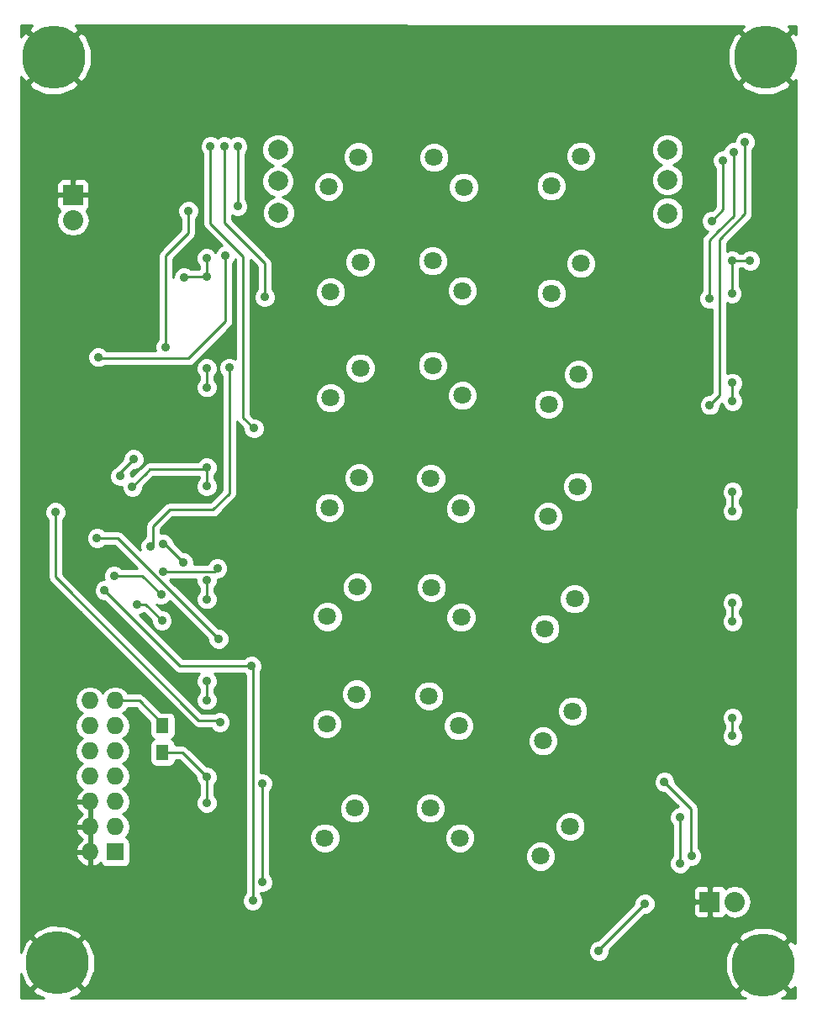
<source format=gbl>
G04 #@! TF.FileFunction,Copper,L2,Bot,Signal*
%FSLAX46Y46*%
G04 Gerber Fmt 4.6, Leading zero omitted, Abs format (unit mm)*
G04 Created by KiCad (PCBNEW 4.0.1-stable) date 12/03/2016 13:44:48*
%MOMM*%
G01*
G04 APERTURE LIST*
%ADD10C,0.100000*%
%ADD11C,6.350000*%
%ADD12R,2.032000X2.032000*%
%ADD13O,2.032000X2.032000*%
%ADD14R,1.727200X1.727200*%
%ADD15O,1.727200X1.727200*%
%ADD16R,1.300000X1.500000*%
%ADD17C,1.800000*%
%ADD18C,1.998980*%
%ADD19C,0.889000*%
%ADD20C,0.254000*%
G04 APERTURE END LIST*
D10*
D11*
X185610500Y-44958000D03*
X113855500Y-44958000D03*
X114236500Y-136207500D03*
X185356500Y-136398000D03*
D12*
X115824000Y-58864500D03*
D13*
X115824000Y-61404500D03*
D12*
X179959000Y-130048000D03*
D13*
X182499000Y-130048000D03*
D14*
X120078500Y-125031500D03*
D15*
X117538500Y-125031500D03*
X120078500Y-122491500D03*
X117538500Y-122491500D03*
X120078500Y-119951500D03*
X117538500Y-119951500D03*
X120078500Y-117411500D03*
X117538500Y-117411500D03*
X120078500Y-114871500D03*
X117538500Y-114871500D03*
X120078500Y-112331500D03*
X117538500Y-112331500D03*
X120078500Y-109791500D03*
X117538500Y-109791500D03*
D16*
X124841000Y-112315000D03*
X124841000Y-115015000D03*
D17*
X141565500Y-58015000D03*
X144565500Y-55015000D03*
X141756000Y-68619500D03*
X144756000Y-65619500D03*
X141756000Y-79287500D03*
X144756000Y-76287500D03*
X141629000Y-90336500D03*
X144629000Y-87336500D03*
X141438500Y-101322000D03*
X144438500Y-98322000D03*
X141375000Y-112117000D03*
X144375000Y-109117000D03*
X141184500Y-123610500D03*
X144184500Y-120610500D03*
X152170000Y-55078500D03*
X155170000Y-58078500D03*
X152043000Y-65492500D03*
X155043000Y-68492500D03*
X152043000Y-76033500D03*
X155043000Y-79033500D03*
X151852500Y-87400000D03*
X154852500Y-90400000D03*
X151916000Y-98385500D03*
X154916000Y-101385500D03*
X151662000Y-109307500D03*
X154662000Y-112307500D03*
X151789000Y-120610500D03*
X154789000Y-123610500D03*
X163981000Y-57951500D03*
X166981000Y-54951500D03*
X163981000Y-68746500D03*
X166981000Y-65746500D03*
X163727000Y-79922500D03*
X166727000Y-76922500D03*
X163663500Y-91225500D03*
X166663500Y-88225500D03*
X163346000Y-102528500D03*
X166346000Y-99528500D03*
X163155500Y-113831500D03*
X166155500Y-110831500D03*
X162901500Y-125452000D03*
X165901500Y-122452000D03*
D18*
X136525000Y-60642500D03*
X136461500Y-54292500D03*
X136461500Y-57467500D03*
X175704500Y-57340500D03*
X175704500Y-54292500D03*
X175704500Y-60706000D03*
D19*
X116395500Y-101092000D03*
X149669500Y-104013000D03*
X149923500Y-81978500D03*
X178562000Y-64452500D03*
X127444500Y-125730000D03*
X119253000Y-86423500D03*
X149479000Y-126555500D03*
X169354500Y-117475000D03*
X169354500Y-83439000D03*
X137096500Y-98298000D03*
X137287000Y-108394500D03*
X137096500Y-119824500D03*
X172656500Y-123952000D03*
X172847000Y-112395000D03*
X173037500Y-100838000D03*
X177673000Y-57531000D03*
X169100500Y-129349500D03*
X149415500Y-114935000D03*
X149542500Y-93345000D03*
X169418000Y-105981500D03*
X169418000Y-94742000D03*
X137350500Y-86868000D03*
X173037500Y-89725500D03*
X172974000Y-78740000D03*
X137668000Y-77343000D03*
X149606000Y-70929500D03*
X172720000Y-67754500D03*
X137541000Y-65913000D03*
X134874000Y-55943500D03*
X158305500Y-53276500D03*
X169354500Y-71945500D03*
X149479000Y-60388500D03*
X170307000Y-60071000D03*
X119951500Y-97218500D03*
X124714000Y-99123500D03*
X124904500Y-96774000D03*
X130365500Y-96456500D03*
X134048500Y-82359500D03*
X129667000Y-53975000D03*
X183515000Y-53530500D03*
X179959000Y-80010000D03*
X120586500Y-87185500D03*
X121920000Y-85471000D03*
X125158500Y-74168000D03*
X127444500Y-60452000D03*
X131191000Y-64960500D03*
X118364000Y-75184000D03*
X132397500Y-60007500D03*
X132397500Y-53975000D03*
X181292500Y-55372000D03*
X180149500Y-61468000D03*
X131572000Y-76263500D03*
X123634500Y-94234000D03*
X179895500Y-69278500D03*
X182372000Y-54546500D03*
X131064000Y-53975000D03*
X135128000Y-69151500D03*
X118999000Y-98679000D03*
X175387000Y-117983000D03*
X178117500Y-125412500D03*
X133921500Y-129921000D03*
X133794500Y-106299000D03*
X118237000Y-93408500D03*
X130492500Y-103568500D03*
X176974500Y-121539000D03*
X176974500Y-126174500D03*
X134874000Y-128079500D03*
X134874000Y-118110000D03*
X121793000Y-88265000D03*
X127000000Y-67183000D03*
X168783000Y-135001000D03*
X173418500Y-130238500D03*
X129286000Y-120078500D03*
X129286000Y-117475000D03*
X129286000Y-109728000D03*
X129286000Y-107823000D03*
X129286000Y-99568000D03*
X129286000Y-97663000D03*
X129286000Y-88201500D03*
X129286000Y-86296500D03*
X129286000Y-78232000D03*
X129286000Y-76327000D03*
X129286000Y-67056000D03*
X129286000Y-65214500D03*
X182245000Y-113347500D03*
X182245000Y-111506000D03*
X182245000Y-101790500D03*
X182245000Y-99949000D03*
X182245000Y-90678000D03*
X182245000Y-88773000D03*
X182245000Y-79629000D03*
X182245000Y-77787500D03*
X182181500Y-68770500D03*
X182181500Y-65468500D03*
X184023000Y-65468500D03*
X114046000Y-90805000D03*
X130619500Y-111950500D03*
X124777500Y-101727000D03*
X122237500Y-100076000D03*
X126936500Y-95885000D03*
X124904500Y-93980000D03*
D20*
X122809000Y-97218500D02*
X119951500Y-97218500D01*
X124714000Y-99123500D02*
X122809000Y-97218500D01*
X130048000Y-96774000D02*
X124904500Y-96774000D01*
X130365500Y-96456500D02*
X130048000Y-96774000D01*
X180911500Y-70548500D02*
X180911500Y-63373000D01*
X132969000Y-81280000D02*
X134048500Y-82359500D01*
X132969000Y-65024000D02*
X132969000Y-81280000D01*
X129667000Y-61722000D02*
X132969000Y-65024000D01*
X129667000Y-53975000D02*
X129667000Y-61722000D01*
X183515000Y-60769500D02*
X183515000Y-53530500D01*
X180911500Y-63373000D02*
X183515000Y-60769500D01*
X180911500Y-79057500D02*
X180911500Y-70548500D01*
X180911500Y-70548500D02*
X180911500Y-70485000D01*
X179959000Y-80010000D02*
X180911500Y-79057500D01*
X120586500Y-86804500D02*
X120586500Y-87185500D01*
X121920000Y-85471000D02*
X120586500Y-86804500D01*
X125158500Y-64960500D02*
X125158500Y-74168000D01*
X127444500Y-62674500D02*
X125158500Y-64960500D01*
X127444500Y-60452000D02*
X127444500Y-62674500D01*
X131191000Y-71564500D02*
X131191000Y-64960500D01*
X127444500Y-75311000D02*
X131191000Y-71564500D01*
X118491000Y-75311000D02*
X127444500Y-75311000D01*
X118364000Y-75184000D02*
X118491000Y-75311000D01*
X132397500Y-53975000D02*
X132397500Y-60007500D01*
X181292500Y-60325000D02*
X181292500Y-55372000D01*
X180149500Y-61468000D02*
X181292500Y-60325000D01*
X131572000Y-88900000D02*
X131572000Y-76263500D01*
X129921000Y-90551000D02*
X131572000Y-88900000D01*
X125539500Y-90551000D02*
X129921000Y-90551000D01*
X123888500Y-92202000D02*
X125539500Y-90551000D01*
X123888500Y-93980000D02*
X123888500Y-92202000D01*
X123634500Y-94234000D02*
X123888500Y-93980000D01*
X179895500Y-69278500D02*
X179895500Y-63436500D01*
X180784500Y-62547500D02*
X182372000Y-60960000D01*
X182372000Y-60960000D02*
X182372000Y-54546500D01*
X131064000Y-53975000D02*
X131064000Y-61658500D01*
X131064000Y-61658500D02*
X135128000Y-65722500D01*
X135128000Y-65722500D02*
X135128000Y-69151500D01*
X179895500Y-63436500D02*
X180784500Y-62547500D01*
X126619000Y-106299000D02*
X126873000Y-106299000D01*
X118999000Y-98679000D02*
X126619000Y-106299000D01*
X126873000Y-106299000D02*
X133794500Y-106299000D01*
X178054000Y-120650000D02*
X175387000Y-117983000D01*
X178054000Y-125349000D02*
X178054000Y-120650000D01*
X178117500Y-125412500D02*
X178054000Y-125349000D01*
X133921500Y-106426000D02*
X133921500Y-129921000D01*
X133794500Y-106299000D02*
X133921500Y-106426000D01*
X120332500Y-93408500D02*
X118237000Y-93408500D01*
X130492500Y-103568500D02*
X120332500Y-93408500D01*
X176974500Y-126174500D02*
X176974500Y-121539000D01*
X134874000Y-118110000D02*
X134874000Y-128079500D01*
X129095500Y-86487000D02*
X129286000Y-86296500D01*
X123571000Y-86487000D02*
X129095500Y-86487000D01*
X123190000Y-86868000D02*
X123571000Y-86487000D01*
X121793000Y-88265000D02*
X123190000Y-86868000D01*
X127127000Y-67056000D02*
X129286000Y-67056000D01*
X127000000Y-67183000D02*
X127127000Y-67056000D01*
X124841000Y-115015000D02*
X126826000Y-115015000D01*
X126826000Y-115015000D02*
X129286000Y-117475000D01*
X168783000Y-134874000D02*
X168783000Y-135001000D01*
X173418500Y-130238500D02*
X168783000Y-134874000D01*
X129286000Y-117475000D02*
X129286000Y-120078500D01*
X129286000Y-107823000D02*
X129286000Y-109728000D01*
X129286000Y-97663000D02*
X129286000Y-99568000D01*
X129286000Y-86296500D02*
X129286000Y-88201500D01*
X129286000Y-76327000D02*
X129286000Y-78232000D01*
X129286000Y-65214500D02*
X129286000Y-67056000D01*
X182181500Y-65468500D02*
X182181500Y-68770500D01*
X182245000Y-111506000D02*
X182245000Y-113347500D01*
X182245000Y-99949000D02*
X182245000Y-101790500D01*
X182245000Y-88773000D02*
X182245000Y-90678000D01*
X182245000Y-77787500D02*
X182245000Y-79629000D01*
X184023000Y-65468500D02*
X182181500Y-65468500D01*
X114046000Y-97345500D02*
X114046000Y-90805000D01*
X128460500Y-111760000D02*
X114046000Y-97345500D01*
X130429000Y-111760000D02*
X128460500Y-111760000D01*
X130619500Y-111950500D02*
X130429000Y-111760000D01*
X124777500Y-101727000D02*
X123126500Y-100076000D01*
X123126500Y-100076000D02*
X122237500Y-100076000D01*
X126936500Y-95885000D02*
X125031500Y-93980000D01*
X125031500Y-93980000D02*
X124904500Y-93980000D01*
X124841000Y-112315000D02*
X124841000Y-112141000D01*
X124841000Y-112141000D02*
X122491500Y-109791500D01*
X122491500Y-109791500D02*
X120078500Y-109791500D01*
G36*
X111645341Y-41783988D02*
X111312230Y-42235125D01*
X113855500Y-44778395D01*
X116398770Y-42235125D01*
X116068305Y-41787572D01*
X183357431Y-41842101D01*
X183067230Y-42235125D01*
X185610500Y-44778395D01*
X188153770Y-42235125D01*
X187866267Y-41845755D01*
X188658336Y-41846397D01*
X188657291Y-42653904D01*
X188333375Y-42414730D01*
X185790105Y-44958000D01*
X188333375Y-47501270D01*
X188651324Y-47266502D01*
X188538869Y-134194012D01*
X188079375Y-133854730D01*
X185536105Y-136398000D01*
X188079375Y-138941270D01*
X188533161Y-138606203D01*
X188531664Y-139763500D01*
X187194735Y-139763500D01*
X187493420Y-139642074D01*
X187535870Y-139613710D01*
X187899770Y-139120875D01*
X185356500Y-136577605D01*
X182813230Y-139120875D01*
X183177130Y-139613710D01*
X183532139Y-139763500D01*
X115606142Y-139763500D01*
X116373420Y-139451574D01*
X116415870Y-139423210D01*
X116779770Y-138930375D01*
X114236500Y-136387105D01*
X111693230Y-138930375D01*
X112057130Y-139423210D01*
X112863632Y-139763500D01*
X110553500Y-139763500D01*
X110553500Y-137264747D01*
X110992426Y-138344420D01*
X111020790Y-138386870D01*
X111513625Y-138750770D01*
X114056895Y-136207500D01*
X114416105Y-136207500D01*
X116959375Y-138750770D01*
X117452210Y-138386870D01*
X117982186Y-137130803D01*
X181541602Y-137130803D01*
X182112426Y-138534920D01*
X182140790Y-138577370D01*
X182633625Y-138941270D01*
X185176895Y-136398000D01*
X182633625Y-133854730D01*
X182140790Y-134218630D01*
X181551563Y-135615124D01*
X181541602Y-137130803D01*
X117982186Y-137130803D01*
X118041437Y-136990376D01*
X118051398Y-135474697D01*
X117945735Y-135214784D01*
X167703313Y-135214784D01*
X167867311Y-135611689D01*
X168170714Y-135915622D01*
X168567332Y-136080313D01*
X168996784Y-136080687D01*
X169393689Y-135916689D01*
X169697622Y-135613286D01*
X169862313Y-135216668D01*
X169862613Y-134872017D01*
X171059505Y-133675125D01*
X182813230Y-133675125D01*
X185356500Y-136218395D01*
X187899770Y-133675125D01*
X187535870Y-133182290D01*
X186139376Y-132593063D01*
X184623697Y-132583102D01*
X183219580Y-133153926D01*
X183177130Y-133182290D01*
X182813230Y-133675125D01*
X171059505Y-133675125D01*
X173416631Y-131317999D01*
X173632284Y-131318187D01*
X174029189Y-131154189D01*
X174333122Y-130850786D01*
X174497813Y-130454168D01*
X174497917Y-130333750D01*
X178308000Y-130333750D01*
X178308000Y-131190309D01*
X178404673Y-131423698D01*
X178583301Y-131602327D01*
X178816690Y-131699000D01*
X179673250Y-131699000D01*
X179832000Y-131540250D01*
X179832000Y-130175000D01*
X178466750Y-130175000D01*
X178308000Y-130333750D01*
X174497917Y-130333750D01*
X174498187Y-130024716D01*
X174334189Y-129627811D01*
X174030786Y-129323878D01*
X173634168Y-129159187D01*
X173204716Y-129158813D01*
X172807811Y-129322811D01*
X172503878Y-129626214D01*
X172339187Y-130022832D01*
X172338998Y-130240372D01*
X168657980Y-133921390D01*
X168569216Y-133921313D01*
X168172311Y-134085311D01*
X167868378Y-134388714D01*
X167703687Y-134785332D01*
X167703313Y-135214784D01*
X117945735Y-135214784D01*
X117480574Y-134070580D01*
X117452210Y-134028130D01*
X116959375Y-133664230D01*
X114416105Y-136207500D01*
X114056895Y-136207500D01*
X111513625Y-133664230D01*
X111020790Y-134028130D01*
X110553500Y-135135628D01*
X110553500Y-133484625D01*
X111693230Y-133484625D01*
X114236500Y-136027895D01*
X116779770Y-133484625D01*
X116415870Y-132991790D01*
X115019376Y-132402563D01*
X113503697Y-132392602D01*
X112099580Y-132963426D01*
X112057130Y-132991790D01*
X111693230Y-133484625D01*
X110553500Y-133484625D01*
X110553500Y-125390526D01*
X116083542Y-125390526D01*
X116255812Y-125806447D01*
X116650010Y-126238321D01*
X117179473Y-126486468D01*
X117411500Y-126365969D01*
X117411500Y-125158500D01*
X116204683Y-125158500D01*
X116083542Y-125390526D01*
X110553500Y-125390526D01*
X110553500Y-122850526D01*
X116083542Y-122850526D01*
X116255812Y-123266447D01*
X116650010Y-123698321D01*
X116784813Y-123761500D01*
X116650010Y-123824679D01*
X116255812Y-124256553D01*
X116083542Y-124672474D01*
X116204683Y-124904500D01*
X117411500Y-124904500D01*
X117411500Y-122618500D01*
X116204683Y-122618500D01*
X116083542Y-122850526D01*
X110553500Y-122850526D01*
X110553500Y-120310526D01*
X116083542Y-120310526D01*
X116255812Y-120726447D01*
X116650010Y-121158321D01*
X116784813Y-121221500D01*
X116650010Y-121284679D01*
X116255812Y-121716553D01*
X116083542Y-122132474D01*
X116204683Y-122364500D01*
X117411500Y-122364500D01*
X117411500Y-120078500D01*
X116204683Y-120078500D01*
X116083542Y-120310526D01*
X110553500Y-120310526D01*
X110553500Y-109791500D01*
X116010541Y-109791500D01*
X116124615Y-110364989D01*
X116449471Y-110851170D01*
X116764252Y-111061500D01*
X116449471Y-111271830D01*
X116124615Y-111758011D01*
X116010541Y-112331500D01*
X116124615Y-112904989D01*
X116449471Y-113391170D01*
X116764252Y-113601500D01*
X116449471Y-113811830D01*
X116124615Y-114298011D01*
X116010541Y-114871500D01*
X116124615Y-115444989D01*
X116449471Y-115931170D01*
X116764252Y-116141500D01*
X116449471Y-116351830D01*
X116124615Y-116838011D01*
X116010541Y-117411500D01*
X116124615Y-117984989D01*
X116449471Y-118471170D01*
X116772728Y-118687164D01*
X116650010Y-118744679D01*
X116255812Y-119176553D01*
X116083542Y-119592474D01*
X116204683Y-119824500D01*
X117411500Y-119824500D01*
X117411500Y-119804500D01*
X117665500Y-119804500D01*
X117665500Y-119824500D01*
X117685500Y-119824500D01*
X117685500Y-120078500D01*
X117665500Y-120078500D01*
X117665500Y-122364500D01*
X117685500Y-122364500D01*
X117685500Y-122618500D01*
X117665500Y-122618500D01*
X117665500Y-124904500D01*
X117685500Y-124904500D01*
X117685500Y-125158500D01*
X117665500Y-125158500D01*
X117665500Y-126365969D01*
X117897527Y-126486468D01*
X118426990Y-126238321D01*
X118596995Y-126052067D01*
X118611738Y-126130417D01*
X118750810Y-126346541D01*
X118963010Y-126491531D01*
X119214900Y-126542540D01*
X120942100Y-126542540D01*
X121177417Y-126498262D01*
X121393541Y-126359190D01*
X121538531Y-126146990D01*
X121589540Y-125895100D01*
X121589540Y-124167900D01*
X121545262Y-123932583D01*
X121406190Y-123716459D01*
X121193990Y-123571469D01*
X121150369Y-123562636D01*
X121167529Y-123551170D01*
X121492385Y-123064989D01*
X121606459Y-122491500D01*
X121492385Y-121918011D01*
X121167529Y-121431830D01*
X120852748Y-121221500D01*
X121167529Y-121011170D01*
X121492385Y-120524989D01*
X121606459Y-119951500D01*
X121492385Y-119378011D01*
X121167529Y-118891830D01*
X120852748Y-118681500D01*
X121167529Y-118471170D01*
X121492385Y-117984989D01*
X121606459Y-117411500D01*
X121492385Y-116838011D01*
X121167529Y-116351830D01*
X120852748Y-116141500D01*
X121167529Y-115931170D01*
X121492385Y-115444989D01*
X121606459Y-114871500D01*
X121492385Y-114298011D01*
X121167529Y-113811830D01*
X120852748Y-113601500D01*
X121167529Y-113391170D01*
X121492385Y-112904989D01*
X121606459Y-112331500D01*
X121492385Y-111758011D01*
X121167529Y-111271830D01*
X120852748Y-111061500D01*
X121167529Y-110851170D01*
X121366426Y-110553500D01*
X122175870Y-110553500D01*
X123543560Y-111921191D01*
X123543560Y-113065000D01*
X123587838Y-113300317D01*
X123726910Y-113516441D01*
X123939110Y-113661431D01*
X123952197Y-113664081D01*
X123739559Y-113800910D01*
X123594569Y-114013110D01*
X123543560Y-114265000D01*
X123543560Y-115765000D01*
X123587838Y-116000317D01*
X123726910Y-116216441D01*
X123939110Y-116361431D01*
X124191000Y-116412440D01*
X125491000Y-116412440D01*
X125726317Y-116368162D01*
X125942441Y-116229090D01*
X126087431Y-116016890D01*
X126136010Y-115777000D01*
X126510370Y-115777000D01*
X128206501Y-117473132D01*
X128206313Y-117688784D01*
X128370311Y-118085689D01*
X128524000Y-118239646D01*
X128524000Y-119313858D01*
X128371378Y-119466214D01*
X128206687Y-119862832D01*
X128206313Y-120292284D01*
X128370311Y-120689189D01*
X128673714Y-120993122D01*
X129070332Y-121157813D01*
X129499784Y-121158187D01*
X129896689Y-120994189D01*
X130200622Y-120690786D01*
X130365313Y-120294168D01*
X130365687Y-119864716D01*
X130201689Y-119467811D01*
X130048000Y-119313854D01*
X130048000Y-118239642D01*
X130200622Y-118087286D01*
X130365313Y-117690668D01*
X130365687Y-117261216D01*
X130201689Y-116864311D01*
X129898286Y-116560378D01*
X129501668Y-116395687D01*
X129284128Y-116395498D01*
X127364815Y-114476185D01*
X127117605Y-114311004D01*
X126826000Y-114253000D01*
X126136182Y-114253000D01*
X126094162Y-114029683D01*
X125955090Y-113813559D01*
X125742890Y-113668569D01*
X125729803Y-113665919D01*
X125942441Y-113529090D01*
X126087431Y-113316890D01*
X126138440Y-113065000D01*
X126138440Y-111565000D01*
X126094162Y-111329683D01*
X125955090Y-111113559D01*
X125742890Y-110968569D01*
X125491000Y-110917560D01*
X124695191Y-110917560D01*
X123030315Y-109252685D01*
X122978422Y-109218011D01*
X122783105Y-109087504D01*
X122491500Y-109029500D01*
X121366426Y-109029500D01*
X121167529Y-108731830D01*
X120681348Y-108406974D01*
X120107859Y-108292900D01*
X120049141Y-108292900D01*
X119475652Y-108406974D01*
X118989471Y-108731830D01*
X118808500Y-109002672D01*
X118627529Y-108731830D01*
X118141348Y-108406974D01*
X117567859Y-108292900D01*
X117509141Y-108292900D01*
X116935652Y-108406974D01*
X116449471Y-108731830D01*
X116124615Y-109218011D01*
X116010541Y-109791500D01*
X110553500Y-109791500D01*
X110553500Y-91018784D01*
X112966313Y-91018784D01*
X113130311Y-91415689D01*
X113284000Y-91569646D01*
X113284000Y-97345500D01*
X113342004Y-97637105D01*
X113470351Y-97829189D01*
X113507185Y-97884315D01*
X127921684Y-112298815D01*
X128105578Y-112421689D01*
X128168895Y-112463996D01*
X128460500Y-112522000D01*
X129687618Y-112522000D01*
X129703811Y-112561189D01*
X130007214Y-112865122D01*
X130403832Y-113029813D01*
X130833284Y-113030187D01*
X131230189Y-112866189D01*
X131534122Y-112562786D01*
X131698813Y-112166168D01*
X131699187Y-111736716D01*
X131535189Y-111339811D01*
X131231786Y-111035878D01*
X130835168Y-110871187D01*
X130405716Y-110870813D01*
X130097900Y-110998000D01*
X128776131Y-110998000D01*
X114808000Y-97029870D01*
X114808000Y-93622284D01*
X117157313Y-93622284D01*
X117321311Y-94019189D01*
X117624714Y-94323122D01*
X118021332Y-94487813D01*
X118450784Y-94488187D01*
X118847689Y-94324189D01*
X119001646Y-94170500D01*
X120016870Y-94170500D01*
X122302870Y-96456500D01*
X120716142Y-96456500D01*
X120563786Y-96303878D01*
X120167168Y-96139187D01*
X119737716Y-96138813D01*
X119340811Y-96302811D01*
X119036878Y-96606214D01*
X118872187Y-97002832D01*
X118871813Y-97432284D01*
X118940884Y-97599449D01*
X118785216Y-97599313D01*
X118388311Y-97763311D01*
X118084378Y-98066714D01*
X117919687Y-98463332D01*
X117919313Y-98892784D01*
X118083311Y-99289689D01*
X118386714Y-99593622D01*
X118783332Y-99758313D01*
X119000872Y-99758502D01*
X126080184Y-106837815D01*
X126270253Y-106964815D01*
X126327395Y-107002996D01*
X126619000Y-107061000D01*
X128521354Y-107061000D01*
X128371378Y-107210714D01*
X128206687Y-107607332D01*
X128206313Y-108036784D01*
X128370311Y-108433689D01*
X128524000Y-108587646D01*
X128524000Y-108963358D01*
X128371378Y-109115714D01*
X128206687Y-109512332D01*
X128206313Y-109941784D01*
X128370311Y-110338689D01*
X128673714Y-110642622D01*
X129070332Y-110807313D01*
X129499784Y-110807687D01*
X129896689Y-110643689D01*
X130200622Y-110340286D01*
X130365313Y-109943668D01*
X130365687Y-109514216D01*
X130201689Y-109117311D01*
X130048000Y-108963354D01*
X130048000Y-108587642D01*
X130200622Y-108435286D01*
X130365313Y-108038668D01*
X130365687Y-107609216D01*
X130201689Y-107212311D01*
X130050642Y-107061000D01*
X133029858Y-107061000D01*
X133159500Y-107190868D01*
X133159500Y-129156358D01*
X133006878Y-129308714D01*
X132842187Y-129705332D01*
X132841813Y-130134784D01*
X133005811Y-130531689D01*
X133309214Y-130835622D01*
X133705832Y-131000313D01*
X134135284Y-131000687D01*
X134532189Y-130836689D01*
X134836122Y-130533286D01*
X135000813Y-130136668D01*
X135001187Y-129707216D01*
X134837189Y-129310311D01*
X134685979Y-129158837D01*
X135087784Y-129159187D01*
X135484689Y-128995189D01*
X135574343Y-128905691D01*
X178308000Y-128905691D01*
X178308000Y-129762250D01*
X178466750Y-129921000D01*
X179832000Y-129921000D01*
X179832000Y-128555750D01*
X180086000Y-128555750D01*
X180086000Y-129921000D01*
X180106000Y-129921000D01*
X180106000Y-130175000D01*
X180086000Y-130175000D01*
X180086000Y-131540250D01*
X180244750Y-131699000D01*
X181101310Y-131699000D01*
X181334699Y-131602327D01*
X181513327Y-131423698D01*
X181530999Y-131381034D01*
X181867190Y-131605670D01*
X182499000Y-131731345D01*
X183130810Y-131605670D01*
X183666433Y-131247778D01*
X184024325Y-130712155D01*
X184150000Y-130080345D01*
X184150000Y-130015655D01*
X184024325Y-129383845D01*
X183666433Y-128848222D01*
X183130810Y-128490330D01*
X182499000Y-128364655D01*
X181867190Y-128490330D01*
X181530999Y-128714966D01*
X181513327Y-128672302D01*
X181334699Y-128493673D01*
X181101310Y-128397000D01*
X180244750Y-128397000D01*
X180086000Y-128555750D01*
X179832000Y-128555750D01*
X179673250Y-128397000D01*
X178816690Y-128397000D01*
X178583301Y-128493673D01*
X178404673Y-128672302D01*
X178308000Y-128905691D01*
X135574343Y-128905691D01*
X135788622Y-128691786D01*
X135953313Y-128295168D01*
X135953687Y-127865716D01*
X135789689Y-127468811D01*
X135636000Y-127314854D01*
X135636000Y-125755991D01*
X161366235Y-125755991D01*
X161599432Y-126320371D01*
X162030857Y-126752551D01*
X162594830Y-126986733D01*
X163205491Y-126987265D01*
X163769871Y-126754068D01*
X164202051Y-126322643D01*
X164436233Y-125758670D01*
X164436765Y-125148009D01*
X164203568Y-124583629D01*
X163772143Y-124151449D01*
X163208170Y-123917267D01*
X162597509Y-123916735D01*
X162033129Y-124149932D01*
X161600949Y-124581357D01*
X161366767Y-125145330D01*
X161366235Y-125755991D01*
X135636000Y-125755991D01*
X135636000Y-123914491D01*
X139649235Y-123914491D01*
X139882432Y-124478871D01*
X140313857Y-124911051D01*
X140877830Y-125145233D01*
X141488491Y-125145765D01*
X142052871Y-124912568D01*
X142485051Y-124481143D01*
X142719233Y-123917170D01*
X142719235Y-123914491D01*
X153253735Y-123914491D01*
X153486932Y-124478871D01*
X153918357Y-124911051D01*
X154482330Y-125145233D01*
X155092991Y-125145765D01*
X155657371Y-124912568D01*
X156089551Y-124481143D01*
X156323733Y-123917170D01*
X156324265Y-123306509D01*
X156096796Y-122755991D01*
X164366235Y-122755991D01*
X164599432Y-123320371D01*
X165030857Y-123752551D01*
X165594830Y-123986733D01*
X166205491Y-123987265D01*
X166769871Y-123754068D01*
X167202051Y-123322643D01*
X167436233Y-122758670D01*
X167436765Y-122148009D01*
X167203568Y-121583629D01*
X166772143Y-121151449D01*
X166208170Y-120917267D01*
X165597509Y-120916735D01*
X165033129Y-121149932D01*
X164600949Y-121581357D01*
X164366767Y-122145330D01*
X164366235Y-122755991D01*
X156096796Y-122755991D01*
X156091068Y-122742129D01*
X155659643Y-122309949D01*
X155095670Y-122075767D01*
X154485009Y-122075235D01*
X153920629Y-122308432D01*
X153488449Y-122739857D01*
X153254267Y-123303830D01*
X153253735Y-123914491D01*
X142719235Y-123914491D01*
X142719765Y-123306509D01*
X142486568Y-122742129D01*
X142055143Y-122309949D01*
X141491170Y-122075767D01*
X140880509Y-122075235D01*
X140316129Y-122308432D01*
X139883949Y-122739857D01*
X139649767Y-123303830D01*
X139649235Y-123914491D01*
X135636000Y-123914491D01*
X135636000Y-120914491D01*
X142649235Y-120914491D01*
X142882432Y-121478871D01*
X143313857Y-121911051D01*
X143877830Y-122145233D01*
X144488491Y-122145765D01*
X145052871Y-121912568D01*
X145485051Y-121481143D01*
X145719233Y-120917170D01*
X145719235Y-120914491D01*
X150253735Y-120914491D01*
X150486932Y-121478871D01*
X150918357Y-121911051D01*
X151482330Y-122145233D01*
X152092991Y-122145765D01*
X152657371Y-121912568D01*
X153089551Y-121481143D01*
X153323733Y-120917170D01*
X153324265Y-120306509D01*
X153091068Y-119742129D01*
X152659643Y-119309949D01*
X152095670Y-119075767D01*
X151485009Y-119075235D01*
X150920629Y-119308432D01*
X150488449Y-119739857D01*
X150254267Y-120303830D01*
X150253735Y-120914491D01*
X145719235Y-120914491D01*
X145719765Y-120306509D01*
X145486568Y-119742129D01*
X145055143Y-119309949D01*
X144491170Y-119075767D01*
X143880509Y-119075235D01*
X143316129Y-119308432D01*
X142883949Y-119739857D01*
X142649767Y-120303830D01*
X142649235Y-120914491D01*
X135636000Y-120914491D01*
X135636000Y-118874642D01*
X135788622Y-118722286D01*
X135953313Y-118325668D01*
X135953425Y-118196784D01*
X174307313Y-118196784D01*
X174471311Y-118593689D01*
X174774714Y-118897622D01*
X175171332Y-119062313D01*
X175388872Y-119062502D01*
X176785704Y-120459335D01*
X176760716Y-120459313D01*
X176363811Y-120623311D01*
X176059878Y-120926714D01*
X175895187Y-121323332D01*
X175894813Y-121752784D01*
X176058811Y-122149689D01*
X176212500Y-122303646D01*
X176212500Y-125409858D01*
X176059878Y-125562214D01*
X175895187Y-125958832D01*
X175894813Y-126388284D01*
X176058811Y-126785189D01*
X176362214Y-127089122D01*
X176758832Y-127253813D01*
X177188284Y-127254187D01*
X177585189Y-127090189D01*
X177889122Y-126786786D01*
X178011566Y-126491909D01*
X178331284Y-126492187D01*
X178728189Y-126328189D01*
X179032122Y-126024786D01*
X179196813Y-125628168D01*
X179197187Y-125198716D01*
X179033189Y-124801811D01*
X178816000Y-124584243D01*
X178816000Y-120650000D01*
X178757997Y-120358396D01*
X178592816Y-120111185D01*
X176466499Y-117984869D01*
X176466687Y-117769216D01*
X176302689Y-117372311D01*
X175999286Y-117068378D01*
X175602668Y-116903687D01*
X175173216Y-116903313D01*
X174776311Y-117067311D01*
X174472378Y-117370714D01*
X174307687Y-117767332D01*
X174307313Y-118196784D01*
X135953425Y-118196784D01*
X135953687Y-117896216D01*
X135789689Y-117499311D01*
X135486286Y-117195378D01*
X135089668Y-117030687D01*
X134683500Y-117030333D01*
X134683500Y-114135491D01*
X161620235Y-114135491D01*
X161853432Y-114699871D01*
X162284857Y-115132051D01*
X162848830Y-115366233D01*
X163459491Y-115366765D01*
X164023871Y-115133568D01*
X164456051Y-114702143D01*
X164690233Y-114138170D01*
X164690765Y-113527509D01*
X164457568Y-112963129D01*
X164026143Y-112530949D01*
X163462170Y-112296767D01*
X162851509Y-112296235D01*
X162287129Y-112529432D01*
X161854949Y-112960857D01*
X161620767Y-113524830D01*
X161620235Y-114135491D01*
X134683500Y-114135491D01*
X134683500Y-112420991D01*
X139839735Y-112420991D01*
X140072932Y-112985371D01*
X140504357Y-113417551D01*
X141068330Y-113651733D01*
X141678991Y-113652265D01*
X142243371Y-113419068D01*
X142675551Y-112987643D01*
X142831742Y-112611491D01*
X153126735Y-112611491D01*
X153359932Y-113175871D01*
X153791357Y-113608051D01*
X154355330Y-113842233D01*
X154965991Y-113842765D01*
X155530371Y-113609568D01*
X155962551Y-113178143D01*
X156196733Y-112614170D01*
X156197265Y-112003509D01*
X155964068Y-111439129D01*
X155660961Y-111135491D01*
X164620235Y-111135491D01*
X164853432Y-111699871D01*
X165284857Y-112132051D01*
X165848830Y-112366233D01*
X166459491Y-112366765D01*
X167023871Y-112133568D01*
X167438379Y-111719784D01*
X181165313Y-111719784D01*
X181329311Y-112116689D01*
X181483000Y-112270646D01*
X181483000Y-112582858D01*
X181330378Y-112735214D01*
X181165687Y-113131832D01*
X181165313Y-113561284D01*
X181329311Y-113958189D01*
X181632714Y-114262122D01*
X182029332Y-114426813D01*
X182458784Y-114427187D01*
X182855689Y-114263189D01*
X183159622Y-113959786D01*
X183324313Y-113563168D01*
X183324687Y-113133716D01*
X183160689Y-112736811D01*
X183007000Y-112582854D01*
X183007000Y-112270642D01*
X183159622Y-112118286D01*
X183324313Y-111721668D01*
X183324687Y-111292216D01*
X183160689Y-110895311D01*
X182857286Y-110591378D01*
X182460668Y-110426687D01*
X182031216Y-110426313D01*
X181634311Y-110590311D01*
X181330378Y-110893714D01*
X181165687Y-111290332D01*
X181165313Y-111719784D01*
X167438379Y-111719784D01*
X167456051Y-111702143D01*
X167690233Y-111138170D01*
X167690765Y-110527509D01*
X167457568Y-109963129D01*
X167026143Y-109530949D01*
X166462170Y-109296767D01*
X165851509Y-109296235D01*
X165287129Y-109529432D01*
X164854949Y-109960857D01*
X164620767Y-110524830D01*
X164620235Y-111135491D01*
X155660961Y-111135491D01*
X155532643Y-111006949D01*
X154968670Y-110772767D01*
X154358009Y-110772235D01*
X153793629Y-111005432D01*
X153361449Y-111436857D01*
X153127267Y-112000830D01*
X153126735Y-112611491D01*
X142831742Y-112611491D01*
X142909733Y-112423670D01*
X142910265Y-111813009D01*
X142677068Y-111248629D01*
X142245643Y-110816449D01*
X141681670Y-110582267D01*
X141071009Y-110581735D01*
X140506629Y-110814932D01*
X140074449Y-111246357D01*
X139840267Y-111810330D01*
X139839735Y-112420991D01*
X134683500Y-112420991D01*
X134683500Y-109420991D01*
X142839735Y-109420991D01*
X143072932Y-109985371D01*
X143504357Y-110417551D01*
X144068330Y-110651733D01*
X144678991Y-110652265D01*
X145243371Y-110419068D01*
X145675551Y-109987643D01*
X145831742Y-109611491D01*
X150126735Y-109611491D01*
X150359932Y-110175871D01*
X150791357Y-110608051D01*
X151355330Y-110842233D01*
X151965991Y-110842765D01*
X152530371Y-110609568D01*
X152962551Y-110178143D01*
X153196733Y-109614170D01*
X153197265Y-109003509D01*
X152964068Y-108439129D01*
X152532643Y-108006949D01*
X151968670Y-107772767D01*
X151358009Y-107772235D01*
X150793629Y-108005432D01*
X150361449Y-108436857D01*
X150127267Y-109000830D01*
X150126735Y-109611491D01*
X145831742Y-109611491D01*
X145909733Y-109423670D01*
X145910265Y-108813009D01*
X145677068Y-108248629D01*
X145245643Y-107816449D01*
X144681670Y-107582267D01*
X144071009Y-107581735D01*
X143506629Y-107814932D01*
X143074449Y-108246357D01*
X142840267Y-108810330D01*
X142839735Y-109420991D01*
X134683500Y-109420991D01*
X134683500Y-106936863D01*
X134709122Y-106911286D01*
X134873813Y-106514668D01*
X134874187Y-106085216D01*
X134710189Y-105688311D01*
X134406786Y-105384378D01*
X134010168Y-105219687D01*
X133580716Y-105219313D01*
X133183811Y-105383311D01*
X133029854Y-105537000D01*
X126934631Y-105537000D01*
X122523485Y-101125854D01*
X122848189Y-100991689D01*
X122906425Y-100933555D01*
X123698001Y-101725131D01*
X123697813Y-101940784D01*
X123861811Y-102337689D01*
X124165214Y-102641622D01*
X124561832Y-102806313D01*
X124991284Y-102806687D01*
X125388189Y-102642689D01*
X125692122Y-102339286D01*
X125856813Y-101942668D01*
X125857187Y-101513216D01*
X125693189Y-101116311D01*
X125389786Y-100812378D01*
X124993168Y-100647687D01*
X124775628Y-100647498D01*
X124212081Y-100083951D01*
X124498332Y-100202813D01*
X124927784Y-100203187D01*
X125324689Y-100039189D01*
X125605368Y-99758999D01*
X129413001Y-103566632D01*
X129412813Y-103782284D01*
X129576811Y-104179189D01*
X129880214Y-104483122D01*
X130276832Y-104647813D01*
X130706284Y-104648187D01*
X131103189Y-104484189D01*
X131407122Y-104180786D01*
X131571813Y-103784168D01*
X131572187Y-103354716D01*
X131408189Y-102957811D01*
X131104786Y-102653878D01*
X130708168Y-102489187D01*
X130490628Y-102488998D01*
X129627621Y-101625991D01*
X139903235Y-101625991D01*
X140136432Y-102190371D01*
X140567857Y-102622551D01*
X141131830Y-102856733D01*
X141742491Y-102857265D01*
X142306871Y-102624068D01*
X142739051Y-102192643D01*
X142947977Y-101689491D01*
X153380735Y-101689491D01*
X153613932Y-102253871D01*
X154045357Y-102686051D01*
X154609330Y-102920233D01*
X155219991Y-102920765D01*
X155433630Y-102832491D01*
X161810735Y-102832491D01*
X162043932Y-103396871D01*
X162475357Y-103829051D01*
X163039330Y-104063233D01*
X163649991Y-104063765D01*
X164214371Y-103830568D01*
X164646551Y-103399143D01*
X164880733Y-102835170D01*
X164881265Y-102224509D01*
X164648068Y-101660129D01*
X164216643Y-101227949D01*
X163652670Y-100993767D01*
X163042009Y-100993235D01*
X162477629Y-101226432D01*
X162045449Y-101657857D01*
X161811267Y-102221830D01*
X161810735Y-102832491D01*
X155433630Y-102832491D01*
X155784371Y-102687568D01*
X156216551Y-102256143D01*
X156450733Y-101692170D01*
X156451265Y-101081509D01*
X156218068Y-100517129D01*
X155786643Y-100084949D01*
X155222670Y-99850767D01*
X154612009Y-99850235D01*
X154047629Y-100083432D01*
X153615449Y-100514857D01*
X153381267Y-101078830D01*
X153380735Y-101689491D01*
X142947977Y-101689491D01*
X142973233Y-101628670D01*
X142973765Y-101018009D01*
X142740568Y-100453629D01*
X142309143Y-100021449D01*
X141745170Y-99787267D01*
X141134509Y-99786735D01*
X140570129Y-100019932D01*
X140137949Y-100451357D01*
X139903767Y-101015330D01*
X139903235Y-101625991D01*
X129627621Y-101625991D01*
X125603331Y-97601701D01*
X125669146Y-97536000D01*
X128206610Y-97536000D01*
X128206313Y-97876784D01*
X128370311Y-98273689D01*
X128524000Y-98427646D01*
X128524000Y-98803358D01*
X128371378Y-98955714D01*
X128206687Y-99352332D01*
X128206313Y-99781784D01*
X128370311Y-100178689D01*
X128673714Y-100482622D01*
X129070332Y-100647313D01*
X129499784Y-100647687D01*
X129896689Y-100483689D01*
X130200622Y-100180286D01*
X130365313Y-99783668D01*
X130365687Y-99354216D01*
X130201689Y-98957311D01*
X130048000Y-98803354D01*
X130048000Y-98625991D01*
X142903235Y-98625991D01*
X143136432Y-99190371D01*
X143567857Y-99622551D01*
X144131830Y-99856733D01*
X144742491Y-99857265D01*
X145306871Y-99624068D01*
X145739051Y-99192643D01*
X145947977Y-98689491D01*
X150380735Y-98689491D01*
X150613932Y-99253871D01*
X151045357Y-99686051D01*
X151609330Y-99920233D01*
X152219991Y-99920765D01*
X152433630Y-99832491D01*
X164810735Y-99832491D01*
X165043932Y-100396871D01*
X165475357Y-100829051D01*
X166039330Y-101063233D01*
X166649991Y-101063765D01*
X167214371Y-100830568D01*
X167646551Y-100399143D01*
X167744695Y-100162784D01*
X181165313Y-100162784D01*
X181329311Y-100559689D01*
X181483000Y-100713646D01*
X181483000Y-101025858D01*
X181330378Y-101178214D01*
X181165687Y-101574832D01*
X181165313Y-102004284D01*
X181329311Y-102401189D01*
X181632714Y-102705122D01*
X182029332Y-102869813D01*
X182458784Y-102870187D01*
X182855689Y-102706189D01*
X183159622Y-102402786D01*
X183324313Y-102006168D01*
X183324687Y-101576716D01*
X183160689Y-101179811D01*
X183007000Y-101025854D01*
X183007000Y-100713642D01*
X183159622Y-100561286D01*
X183324313Y-100164668D01*
X183324687Y-99735216D01*
X183160689Y-99338311D01*
X182857286Y-99034378D01*
X182460668Y-98869687D01*
X182031216Y-98869313D01*
X181634311Y-99033311D01*
X181330378Y-99336714D01*
X181165687Y-99733332D01*
X181165313Y-100162784D01*
X167744695Y-100162784D01*
X167880733Y-99835170D01*
X167881265Y-99224509D01*
X167648068Y-98660129D01*
X167216643Y-98227949D01*
X166652670Y-97993767D01*
X166042009Y-97993235D01*
X165477629Y-98226432D01*
X165045449Y-98657857D01*
X164811267Y-99221830D01*
X164810735Y-99832491D01*
X152433630Y-99832491D01*
X152784371Y-99687568D01*
X153216551Y-99256143D01*
X153450733Y-98692170D01*
X153451265Y-98081509D01*
X153218068Y-97517129D01*
X152786643Y-97084949D01*
X152222670Y-96850767D01*
X151612009Y-96850235D01*
X151047629Y-97083432D01*
X150615449Y-97514857D01*
X150381267Y-98078830D01*
X150380735Y-98689491D01*
X145947977Y-98689491D01*
X145973233Y-98628670D01*
X145973765Y-98018009D01*
X145740568Y-97453629D01*
X145309143Y-97021449D01*
X144745170Y-96787267D01*
X144134509Y-96786735D01*
X143570129Y-97019932D01*
X143137949Y-97451357D01*
X142903767Y-98015330D01*
X142903235Y-98625991D01*
X130048000Y-98625991D01*
X130048000Y-98427642D01*
X130200622Y-98275286D01*
X130365313Y-97878668D01*
X130365611Y-97536001D01*
X130579284Y-97536187D01*
X130976189Y-97372189D01*
X131280122Y-97068786D01*
X131444813Y-96672168D01*
X131445187Y-96242716D01*
X131281189Y-95845811D01*
X130977786Y-95541878D01*
X130581168Y-95377187D01*
X130151716Y-95376813D01*
X129754811Y-95540811D01*
X129450878Y-95844214D01*
X129381207Y-96012000D01*
X128015890Y-96012000D01*
X128016187Y-95671216D01*
X127852189Y-95274311D01*
X127548786Y-94970378D01*
X127152168Y-94805687D01*
X126934628Y-94805498D01*
X125984110Y-93854980D01*
X125984187Y-93766216D01*
X125820189Y-93369311D01*
X125516786Y-93065378D01*
X125120168Y-92900687D01*
X124690716Y-92900313D01*
X124650500Y-92916930D01*
X124650500Y-92517630D01*
X125855131Y-91313000D01*
X129921000Y-91313000D01*
X130212605Y-91254996D01*
X130459815Y-91089815D01*
X130909139Y-90640491D01*
X140093735Y-90640491D01*
X140326932Y-91204871D01*
X140758357Y-91637051D01*
X141322330Y-91871233D01*
X141932991Y-91871765D01*
X142497371Y-91638568D01*
X142929551Y-91207143D01*
X143138477Y-90703991D01*
X153317235Y-90703991D01*
X153550432Y-91268371D01*
X153981857Y-91700551D01*
X154545830Y-91934733D01*
X155156491Y-91935265D01*
X155720871Y-91702068D01*
X155893750Y-91529491D01*
X162128235Y-91529491D01*
X162361432Y-92093871D01*
X162792857Y-92526051D01*
X163356830Y-92760233D01*
X163967491Y-92760765D01*
X164531871Y-92527568D01*
X164964051Y-92096143D01*
X165198233Y-91532170D01*
X165198765Y-90921509D01*
X164965568Y-90357129D01*
X164534143Y-89924949D01*
X163970170Y-89690767D01*
X163359509Y-89690235D01*
X162795129Y-89923432D01*
X162362949Y-90354857D01*
X162128767Y-90918830D01*
X162128235Y-91529491D01*
X155893750Y-91529491D01*
X156153051Y-91270643D01*
X156387233Y-90706670D01*
X156387765Y-90096009D01*
X156154568Y-89531629D01*
X155723143Y-89099449D01*
X155159170Y-88865267D01*
X154548509Y-88864735D01*
X153984129Y-89097932D01*
X153551949Y-89529357D01*
X153317767Y-90093330D01*
X153317235Y-90703991D01*
X143138477Y-90703991D01*
X143163733Y-90643170D01*
X143164265Y-90032509D01*
X142931068Y-89468129D01*
X142499643Y-89035949D01*
X141935670Y-88801767D01*
X141325009Y-88801235D01*
X140760629Y-89034432D01*
X140328449Y-89465857D01*
X140094267Y-90029830D01*
X140093735Y-90640491D01*
X130909139Y-90640491D01*
X132110816Y-89438815D01*
X132275997Y-89191604D01*
X132334000Y-88900000D01*
X132334000Y-87640491D01*
X143093735Y-87640491D01*
X143326932Y-88204871D01*
X143758357Y-88637051D01*
X144322330Y-88871233D01*
X144932991Y-88871765D01*
X145497371Y-88638568D01*
X145929551Y-88207143D01*
X146138477Y-87703991D01*
X150317235Y-87703991D01*
X150550432Y-88268371D01*
X150981857Y-88700551D01*
X151545830Y-88934733D01*
X152156491Y-88935265D01*
X152720871Y-88702068D01*
X152893750Y-88529491D01*
X165128235Y-88529491D01*
X165361432Y-89093871D01*
X165792857Y-89526051D01*
X166356830Y-89760233D01*
X166967491Y-89760765D01*
X167531871Y-89527568D01*
X167964051Y-89096143D01*
X168009460Y-88986784D01*
X181165313Y-88986784D01*
X181329311Y-89383689D01*
X181483000Y-89537646D01*
X181483000Y-89913358D01*
X181330378Y-90065714D01*
X181165687Y-90462332D01*
X181165313Y-90891784D01*
X181329311Y-91288689D01*
X181632714Y-91592622D01*
X182029332Y-91757313D01*
X182458784Y-91757687D01*
X182855689Y-91593689D01*
X183159622Y-91290286D01*
X183324313Y-90893668D01*
X183324687Y-90464216D01*
X183160689Y-90067311D01*
X183007000Y-89913354D01*
X183007000Y-89537642D01*
X183159622Y-89385286D01*
X183324313Y-88988668D01*
X183324687Y-88559216D01*
X183160689Y-88162311D01*
X182857286Y-87858378D01*
X182460668Y-87693687D01*
X182031216Y-87693313D01*
X181634311Y-87857311D01*
X181330378Y-88160714D01*
X181165687Y-88557332D01*
X181165313Y-88986784D01*
X168009460Y-88986784D01*
X168198233Y-88532170D01*
X168198765Y-87921509D01*
X167965568Y-87357129D01*
X167534143Y-86924949D01*
X166970170Y-86690767D01*
X166359509Y-86690235D01*
X165795129Y-86923432D01*
X165362949Y-87354857D01*
X165128767Y-87918830D01*
X165128235Y-88529491D01*
X152893750Y-88529491D01*
X153153051Y-88270643D01*
X153387233Y-87706670D01*
X153387765Y-87096009D01*
X153154568Y-86531629D01*
X152723143Y-86099449D01*
X152159170Y-85865267D01*
X151548509Y-85864735D01*
X150984129Y-86097932D01*
X150551949Y-86529357D01*
X150317767Y-87093330D01*
X150317235Y-87703991D01*
X146138477Y-87703991D01*
X146163733Y-87643170D01*
X146164265Y-87032509D01*
X145931068Y-86468129D01*
X145499643Y-86035949D01*
X144935670Y-85801767D01*
X144325009Y-85801235D01*
X143760629Y-86034432D01*
X143328449Y-86465857D01*
X143094267Y-87029830D01*
X143093735Y-87640491D01*
X132334000Y-87640491D01*
X132334000Y-81674864D01*
X132382343Y-81747214D01*
X132430185Y-81818815D01*
X132969001Y-82357631D01*
X132968813Y-82573284D01*
X133132811Y-82970189D01*
X133436214Y-83274122D01*
X133832832Y-83438813D01*
X134262284Y-83439187D01*
X134659189Y-83275189D01*
X134963122Y-82971786D01*
X135127813Y-82575168D01*
X135128187Y-82145716D01*
X134964189Y-81748811D01*
X134660786Y-81444878D01*
X134264168Y-81280187D01*
X134046628Y-81279998D01*
X133731000Y-80964370D01*
X133731000Y-79591491D01*
X140220735Y-79591491D01*
X140453932Y-80155871D01*
X140885357Y-80588051D01*
X141449330Y-80822233D01*
X142059991Y-80822765D01*
X142624371Y-80589568D01*
X143056551Y-80158143D01*
X143290733Y-79594170D01*
X143290956Y-79337491D01*
X153507735Y-79337491D01*
X153740932Y-79901871D01*
X154172357Y-80334051D01*
X154736330Y-80568233D01*
X155346991Y-80568765D01*
X155911371Y-80335568D01*
X156020638Y-80226491D01*
X162191735Y-80226491D01*
X162424932Y-80790871D01*
X162856357Y-81223051D01*
X163420330Y-81457233D01*
X164030991Y-81457765D01*
X164595371Y-81224568D01*
X165027551Y-80793143D01*
X165261733Y-80229170D01*
X165262265Y-79618509D01*
X165029068Y-79054129D01*
X164597643Y-78621949D01*
X164033670Y-78387767D01*
X163423009Y-78387235D01*
X162858629Y-78620432D01*
X162426449Y-79051857D01*
X162192267Y-79615830D01*
X162191735Y-80226491D01*
X156020638Y-80226491D01*
X156343551Y-79904143D01*
X156577733Y-79340170D01*
X156578265Y-78729509D01*
X156345068Y-78165129D01*
X155913643Y-77732949D01*
X155349670Y-77498767D01*
X154739009Y-77498235D01*
X154174629Y-77731432D01*
X153742449Y-78162857D01*
X153508267Y-78726830D01*
X153507735Y-79337491D01*
X143290956Y-79337491D01*
X143291265Y-78983509D01*
X143058068Y-78419129D01*
X142626643Y-77986949D01*
X142062670Y-77752767D01*
X141452009Y-77752235D01*
X140887629Y-77985432D01*
X140455449Y-78416857D01*
X140221267Y-78980830D01*
X140220735Y-79591491D01*
X133731000Y-79591491D01*
X133731000Y-76591491D01*
X143220735Y-76591491D01*
X143453932Y-77155871D01*
X143885357Y-77588051D01*
X144449330Y-77822233D01*
X145059991Y-77822765D01*
X145624371Y-77589568D01*
X146056551Y-77158143D01*
X146290733Y-76594170D01*
X146290956Y-76337491D01*
X150507735Y-76337491D01*
X150740932Y-76901871D01*
X151172357Y-77334051D01*
X151736330Y-77568233D01*
X152346991Y-77568765D01*
X152911371Y-77335568D01*
X153020638Y-77226491D01*
X165191735Y-77226491D01*
X165424932Y-77790871D01*
X165856357Y-78223051D01*
X166420330Y-78457233D01*
X167030991Y-78457765D01*
X167595371Y-78224568D01*
X168027551Y-77793143D01*
X168261733Y-77229170D01*
X168262265Y-76618509D01*
X168029068Y-76054129D01*
X167597643Y-75621949D01*
X167033670Y-75387767D01*
X166423009Y-75387235D01*
X165858629Y-75620432D01*
X165426449Y-76051857D01*
X165192267Y-76615830D01*
X165191735Y-77226491D01*
X153020638Y-77226491D01*
X153343551Y-76904143D01*
X153577733Y-76340170D01*
X153578265Y-75729509D01*
X153345068Y-75165129D01*
X152913643Y-74732949D01*
X152349670Y-74498767D01*
X151739009Y-74498235D01*
X151174629Y-74731432D01*
X150742449Y-75162857D01*
X150508267Y-75726830D01*
X150507735Y-76337491D01*
X146290956Y-76337491D01*
X146291265Y-75983509D01*
X146058068Y-75419129D01*
X145626643Y-74986949D01*
X145062670Y-74752767D01*
X144452009Y-74752235D01*
X143887629Y-74985432D01*
X143455449Y-75416857D01*
X143221267Y-75980830D01*
X143220735Y-76591491D01*
X133731000Y-76591491D01*
X133731000Y-65403130D01*
X134366000Y-66038130D01*
X134366000Y-68386858D01*
X134213378Y-68539214D01*
X134048687Y-68935832D01*
X134048313Y-69365284D01*
X134212311Y-69762189D01*
X134515714Y-70066122D01*
X134912332Y-70230813D01*
X135341784Y-70231187D01*
X135738689Y-70067189D01*
X136042622Y-69763786D01*
X136207313Y-69367168D01*
X136207687Y-68937716D01*
X136201810Y-68923491D01*
X140220735Y-68923491D01*
X140453932Y-69487871D01*
X140885357Y-69920051D01*
X141449330Y-70154233D01*
X142059991Y-70154765D01*
X142624371Y-69921568D01*
X143056551Y-69490143D01*
X143290733Y-68926170D01*
X143290845Y-68796491D01*
X153507735Y-68796491D01*
X153740932Y-69360871D01*
X154172357Y-69793051D01*
X154736330Y-70027233D01*
X155346991Y-70027765D01*
X155911371Y-69794568D01*
X156343551Y-69363143D01*
X156473375Y-69050491D01*
X162445735Y-69050491D01*
X162678932Y-69614871D01*
X163110357Y-70047051D01*
X163674330Y-70281233D01*
X164284991Y-70281765D01*
X164849371Y-70048568D01*
X165281551Y-69617143D01*
X165333396Y-69492284D01*
X178815813Y-69492284D01*
X178979811Y-69889189D01*
X179283214Y-70193122D01*
X179679832Y-70357813D01*
X180109284Y-70358187D01*
X180149500Y-70341570D01*
X180149500Y-78741869D01*
X179960869Y-78930501D01*
X179745216Y-78930313D01*
X179348311Y-79094311D01*
X179044378Y-79397714D01*
X178879687Y-79794332D01*
X178879313Y-80223784D01*
X179043311Y-80620689D01*
X179346714Y-80924622D01*
X179743332Y-81089313D01*
X180172784Y-81089687D01*
X180569689Y-80925689D01*
X180873622Y-80622286D01*
X181038313Y-80225668D01*
X181038502Y-80008128D01*
X181176580Y-79870051D01*
X181329311Y-80239689D01*
X181632714Y-80543622D01*
X182029332Y-80708313D01*
X182458784Y-80708687D01*
X182855689Y-80544689D01*
X183159622Y-80241286D01*
X183324313Y-79844668D01*
X183324687Y-79415216D01*
X183160689Y-79018311D01*
X183007000Y-78864354D01*
X183007000Y-78552142D01*
X183159622Y-78399786D01*
X183324313Y-78003168D01*
X183324687Y-77573716D01*
X183160689Y-77176811D01*
X182857286Y-76872878D01*
X182460668Y-76708187D01*
X182031216Y-76707813D01*
X181673500Y-76855618D01*
X181673500Y-69728426D01*
X181965832Y-69849813D01*
X182395284Y-69850187D01*
X182792189Y-69686189D01*
X183096122Y-69382786D01*
X183260813Y-68986168D01*
X183261187Y-68556716D01*
X183097189Y-68159811D01*
X182943500Y-68005854D01*
X182943500Y-66233142D01*
X182946146Y-66230500D01*
X183258358Y-66230500D01*
X183410714Y-66383122D01*
X183807332Y-66547813D01*
X184236784Y-66548187D01*
X184633689Y-66384189D01*
X184937622Y-66080786D01*
X185102313Y-65684168D01*
X185102687Y-65254716D01*
X184938689Y-64857811D01*
X184635286Y-64553878D01*
X184238668Y-64389187D01*
X183809216Y-64388813D01*
X183412311Y-64552811D01*
X183258354Y-64706500D01*
X182946142Y-64706500D01*
X182793786Y-64553878D01*
X182397168Y-64389187D01*
X181967716Y-64388813D01*
X181673500Y-64510381D01*
X181673500Y-63688630D01*
X184053815Y-61308315D01*
X184091222Y-61252332D01*
X184218996Y-61061105D01*
X184277000Y-60769500D01*
X184277000Y-54295142D01*
X184429622Y-54142786D01*
X184594313Y-53746168D01*
X184594687Y-53316716D01*
X184430689Y-52919811D01*
X184127286Y-52615878D01*
X183730668Y-52451187D01*
X183301216Y-52450813D01*
X182904311Y-52614811D01*
X182600378Y-52918214D01*
X182435687Y-53314832D01*
X182435554Y-53467055D01*
X182158216Y-53466813D01*
X181761311Y-53630811D01*
X181457378Y-53934214D01*
X181308598Y-54292513D01*
X181078716Y-54292313D01*
X180681811Y-54456311D01*
X180377878Y-54759714D01*
X180213187Y-55156332D01*
X180212813Y-55585784D01*
X180376811Y-55982689D01*
X180530500Y-56136646D01*
X180530500Y-60009370D01*
X180151369Y-60388501D01*
X179935716Y-60388313D01*
X179538811Y-60552311D01*
X179234878Y-60855714D01*
X179070187Y-61252332D01*
X179069813Y-61681784D01*
X179233811Y-62078689D01*
X179537214Y-62382622D01*
X179773594Y-62480776D01*
X179356685Y-62897685D01*
X179191504Y-63144895D01*
X179133500Y-63436500D01*
X179133500Y-68513858D01*
X178980878Y-68666214D01*
X178816187Y-69062832D01*
X178815813Y-69492284D01*
X165333396Y-69492284D01*
X165515733Y-69053170D01*
X165516265Y-68442509D01*
X165283068Y-67878129D01*
X164851643Y-67445949D01*
X164287670Y-67211767D01*
X163677009Y-67211235D01*
X163112629Y-67444432D01*
X162680449Y-67875857D01*
X162446267Y-68439830D01*
X162445735Y-69050491D01*
X156473375Y-69050491D01*
X156577733Y-68799170D01*
X156578265Y-68188509D01*
X156345068Y-67624129D01*
X155913643Y-67191949D01*
X155349670Y-66957767D01*
X154739009Y-66957235D01*
X154174629Y-67190432D01*
X153742449Y-67621857D01*
X153508267Y-68185830D01*
X153507735Y-68796491D01*
X143290845Y-68796491D01*
X143291265Y-68315509D01*
X143058068Y-67751129D01*
X142626643Y-67318949D01*
X142062670Y-67084767D01*
X141452009Y-67084235D01*
X140887629Y-67317432D01*
X140455449Y-67748857D01*
X140221267Y-68312830D01*
X140220735Y-68923491D01*
X136201810Y-68923491D01*
X136043689Y-68540811D01*
X135890000Y-68386854D01*
X135890000Y-65923491D01*
X143220735Y-65923491D01*
X143453932Y-66487871D01*
X143885357Y-66920051D01*
X144449330Y-67154233D01*
X145059991Y-67154765D01*
X145624371Y-66921568D01*
X146056551Y-66490143D01*
X146290733Y-65926170D01*
X146290845Y-65796491D01*
X150507735Y-65796491D01*
X150740932Y-66360871D01*
X151172357Y-66793051D01*
X151736330Y-67027233D01*
X152346991Y-67027765D01*
X152911371Y-66794568D01*
X153343551Y-66363143D01*
X153473375Y-66050491D01*
X165445735Y-66050491D01*
X165678932Y-66614871D01*
X166110357Y-67047051D01*
X166674330Y-67281233D01*
X167284991Y-67281765D01*
X167849371Y-67048568D01*
X168281551Y-66617143D01*
X168515733Y-66053170D01*
X168516265Y-65442509D01*
X168283068Y-64878129D01*
X167851643Y-64445949D01*
X167287670Y-64211767D01*
X166677009Y-64211235D01*
X166112629Y-64444432D01*
X165680449Y-64875857D01*
X165446267Y-65439830D01*
X165445735Y-66050491D01*
X153473375Y-66050491D01*
X153577733Y-65799170D01*
X153578265Y-65188509D01*
X153345068Y-64624129D01*
X152913643Y-64191949D01*
X152349670Y-63957767D01*
X151739009Y-63957235D01*
X151174629Y-64190432D01*
X150742449Y-64621857D01*
X150508267Y-65185830D01*
X150507735Y-65796491D01*
X146290845Y-65796491D01*
X146291265Y-65315509D01*
X146058068Y-64751129D01*
X145626643Y-64318949D01*
X145062670Y-64084767D01*
X144452009Y-64084235D01*
X143887629Y-64317432D01*
X143455449Y-64748857D01*
X143221267Y-65312830D01*
X143220735Y-65923491D01*
X135890000Y-65923491D01*
X135890000Y-65722500D01*
X135831996Y-65430895D01*
X135666815Y-65183685D01*
X131826000Y-61342870D01*
X131826000Y-60939058D01*
X132181832Y-61086813D01*
X132611284Y-61087187D01*
X133008189Y-60923189D01*
X133312122Y-60619786D01*
X133476813Y-60223168D01*
X133477187Y-59793716D01*
X133313189Y-59396811D01*
X133159500Y-59242854D01*
X133159500Y-54739642D01*
X133283163Y-54616194D01*
X134826726Y-54616194D01*
X135075038Y-55217155D01*
X135534427Y-55677346D01*
X136022932Y-55880191D01*
X135536845Y-56081038D01*
X135076654Y-56540427D01*
X134827294Y-57140953D01*
X134826726Y-57791194D01*
X135075038Y-58392155D01*
X135534427Y-58852346D01*
X136054604Y-59068342D01*
X135600345Y-59256038D01*
X135140154Y-59715427D01*
X134890794Y-60315953D01*
X134890226Y-60966194D01*
X135138538Y-61567155D01*
X135597927Y-62027346D01*
X136198453Y-62276706D01*
X136848694Y-62277274D01*
X137449655Y-62028962D01*
X137909846Y-61569573D01*
X138134023Y-61029694D01*
X174069726Y-61029694D01*
X174318038Y-61630655D01*
X174777427Y-62090846D01*
X175377953Y-62340206D01*
X176028194Y-62340774D01*
X176629155Y-62092462D01*
X177089346Y-61633073D01*
X177338706Y-61032547D01*
X177339274Y-60382306D01*
X177090962Y-59781345D01*
X176631573Y-59321154D01*
X176031047Y-59071794D01*
X175380806Y-59071226D01*
X174779845Y-59319538D01*
X174319654Y-59778927D01*
X174070294Y-60379453D01*
X174069726Y-61029694D01*
X138134023Y-61029694D01*
X138159206Y-60969047D01*
X138159774Y-60318806D01*
X137911462Y-59717845D01*
X137452073Y-59257654D01*
X136931896Y-59041658D01*
X137386155Y-58853962D01*
X137846346Y-58394573D01*
X137877730Y-58318991D01*
X140030235Y-58318991D01*
X140263432Y-58883371D01*
X140694857Y-59315551D01*
X141258830Y-59549733D01*
X141869491Y-59550265D01*
X142433871Y-59317068D01*
X142866051Y-58885643D01*
X143074977Y-58382491D01*
X153634735Y-58382491D01*
X153867932Y-58946871D01*
X154299357Y-59379051D01*
X154863330Y-59613233D01*
X155473991Y-59613765D01*
X156038371Y-59380568D01*
X156470551Y-58949143D01*
X156704733Y-58385170D01*
X156704845Y-58255491D01*
X162445735Y-58255491D01*
X162678932Y-58819871D01*
X163110357Y-59252051D01*
X163674330Y-59486233D01*
X164284991Y-59486765D01*
X164849371Y-59253568D01*
X165281551Y-58822143D01*
X165515733Y-58258170D01*
X165516265Y-57647509D01*
X165283068Y-57083129D01*
X164851643Y-56650949D01*
X164287670Y-56416767D01*
X163677009Y-56416235D01*
X163112629Y-56649432D01*
X162680449Y-57080857D01*
X162446267Y-57644830D01*
X162445735Y-58255491D01*
X156704845Y-58255491D01*
X156705265Y-57774509D01*
X156472068Y-57210129D01*
X156040643Y-56777949D01*
X155476670Y-56543767D01*
X154866009Y-56543235D01*
X154301629Y-56776432D01*
X153869449Y-57207857D01*
X153635267Y-57771830D01*
X153634735Y-58382491D01*
X143074977Y-58382491D01*
X143100233Y-58321670D01*
X143100765Y-57711009D01*
X142867568Y-57146629D01*
X142436143Y-56714449D01*
X141872170Y-56480267D01*
X141261509Y-56479735D01*
X140697129Y-56712932D01*
X140264949Y-57144357D01*
X140030767Y-57708330D01*
X140030235Y-58318991D01*
X137877730Y-58318991D01*
X138095706Y-57794047D01*
X138096274Y-57143806D01*
X137847962Y-56542845D01*
X137388573Y-56082654D01*
X136900068Y-55879809D01*
X137386155Y-55678962D01*
X137746754Y-55318991D01*
X143030235Y-55318991D01*
X143263432Y-55883371D01*
X143694857Y-56315551D01*
X144258830Y-56549733D01*
X144869491Y-56550265D01*
X145433871Y-56317068D01*
X145866051Y-55885643D01*
X146074977Y-55382491D01*
X150634735Y-55382491D01*
X150867932Y-55946871D01*
X151299357Y-56379051D01*
X151863330Y-56613233D01*
X152473991Y-56613765D01*
X153038371Y-56380568D01*
X153470551Y-55949143D01*
X153704733Y-55385170D01*
X153704845Y-55255491D01*
X165445735Y-55255491D01*
X165678932Y-55819871D01*
X166110357Y-56252051D01*
X166674330Y-56486233D01*
X167284991Y-56486765D01*
X167849371Y-56253568D01*
X168281551Y-55822143D01*
X168515733Y-55258170D01*
X168516265Y-54647509D01*
X168503326Y-54616194D01*
X174069726Y-54616194D01*
X174318038Y-55217155D01*
X174777427Y-55677346D01*
X175112630Y-55816534D01*
X174779845Y-55954038D01*
X174319654Y-56413427D01*
X174070294Y-57013953D01*
X174069726Y-57664194D01*
X174318038Y-58265155D01*
X174777427Y-58725346D01*
X175377953Y-58974706D01*
X176028194Y-58975274D01*
X176629155Y-58726962D01*
X177089346Y-58267573D01*
X177338706Y-57667047D01*
X177339274Y-57016806D01*
X177090962Y-56415845D01*
X176631573Y-55955654D01*
X176296370Y-55816466D01*
X176629155Y-55678962D01*
X177089346Y-55219573D01*
X177338706Y-54619047D01*
X177339274Y-53968806D01*
X177090962Y-53367845D01*
X176631573Y-52907654D01*
X176031047Y-52658294D01*
X175380806Y-52657726D01*
X174779845Y-52906038D01*
X174319654Y-53365427D01*
X174070294Y-53965953D01*
X174069726Y-54616194D01*
X168503326Y-54616194D01*
X168283068Y-54083129D01*
X167851643Y-53650949D01*
X167287670Y-53416767D01*
X166677009Y-53416235D01*
X166112629Y-53649432D01*
X165680449Y-54080857D01*
X165446267Y-54644830D01*
X165445735Y-55255491D01*
X153704845Y-55255491D01*
X153705265Y-54774509D01*
X153472068Y-54210129D01*
X153040643Y-53777949D01*
X152476670Y-53543767D01*
X151866009Y-53543235D01*
X151301629Y-53776432D01*
X150869449Y-54207857D01*
X150635267Y-54771830D01*
X150634735Y-55382491D01*
X146074977Y-55382491D01*
X146100233Y-55321670D01*
X146100765Y-54711009D01*
X145867568Y-54146629D01*
X145436143Y-53714449D01*
X144872170Y-53480267D01*
X144261509Y-53479735D01*
X143697129Y-53712932D01*
X143264949Y-54144357D01*
X143030767Y-54708330D01*
X143030235Y-55318991D01*
X137746754Y-55318991D01*
X137846346Y-55219573D01*
X138095706Y-54619047D01*
X138096274Y-53968806D01*
X137847962Y-53367845D01*
X137388573Y-52907654D01*
X136788047Y-52658294D01*
X136137806Y-52657726D01*
X135536845Y-52906038D01*
X135076654Y-53365427D01*
X134827294Y-53965953D01*
X134826726Y-54616194D01*
X133283163Y-54616194D01*
X133312122Y-54587286D01*
X133476813Y-54190668D01*
X133477187Y-53761216D01*
X133313189Y-53364311D01*
X133009786Y-53060378D01*
X132613168Y-52895687D01*
X132183716Y-52895313D01*
X131786811Y-53059311D01*
X131730919Y-53115106D01*
X131676286Y-53060378D01*
X131279668Y-52895687D01*
X130850216Y-52895313D01*
X130453311Y-53059311D01*
X130365613Y-53146856D01*
X130279286Y-53060378D01*
X129882668Y-52895687D01*
X129453216Y-52895313D01*
X129056311Y-53059311D01*
X128752378Y-53362714D01*
X128587687Y-53759332D01*
X128587313Y-54188784D01*
X128751311Y-54585689D01*
X128905000Y-54739646D01*
X128905000Y-61722000D01*
X128963004Y-62013605D01*
X129006492Y-62078689D01*
X129128185Y-62260815D01*
X130815148Y-63947778D01*
X130580311Y-64044811D01*
X130276378Y-64348214D01*
X130179482Y-64581565D01*
X129898286Y-64299878D01*
X129501668Y-64135187D01*
X129072216Y-64134813D01*
X128675311Y-64298811D01*
X128371378Y-64602214D01*
X128206687Y-64998832D01*
X128206313Y-65428284D01*
X128370311Y-65825189D01*
X128524000Y-65979146D01*
X128524000Y-66291358D01*
X128521354Y-66294000D01*
X127637863Y-66294000D01*
X127612286Y-66268378D01*
X127215668Y-66103687D01*
X126786216Y-66103313D01*
X126389311Y-66267311D01*
X126085378Y-66570714D01*
X125920687Y-66967332D01*
X125920500Y-67182058D01*
X125920500Y-65276130D01*
X127983315Y-63213316D01*
X128148496Y-62966105D01*
X128206500Y-62674500D01*
X128206500Y-61216642D01*
X128359122Y-61064286D01*
X128523813Y-60667668D01*
X128524187Y-60238216D01*
X128360189Y-59841311D01*
X128056786Y-59537378D01*
X127660168Y-59372687D01*
X127230716Y-59372313D01*
X126833811Y-59536311D01*
X126529878Y-59839714D01*
X126365187Y-60236332D01*
X126364813Y-60665784D01*
X126528811Y-61062689D01*
X126682500Y-61216646D01*
X126682500Y-62358869D01*
X124619685Y-64421685D01*
X124454504Y-64668895D01*
X124396500Y-64960500D01*
X124396500Y-73403358D01*
X124243878Y-73555714D01*
X124079187Y-73952332D01*
X124078813Y-74381784D01*
X124147905Y-74549000D01*
X119255420Y-74549000D01*
X118976286Y-74269378D01*
X118579668Y-74104687D01*
X118150216Y-74104313D01*
X117753311Y-74268311D01*
X117449378Y-74571714D01*
X117284687Y-74968332D01*
X117284313Y-75397784D01*
X117448311Y-75794689D01*
X117751714Y-76098622D01*
X118148332Y-76263313D01*
X118577784Y-76263687D01*
X118974689Y-76099689D01*
X119001425Y-76073000D01*
X127444500Y-76073000D01*
X127736105Y-76014996D01*
X127983315Y-75849815D01*
X131729815Y-72103315D01*
X131894996Y-71856105D01*
X131953000Y-71564500D01*
X131953000Y-65725142D01*
X132105622Y-65572786D01*
X132203776Y-65336406D01*
X132207000Y-65339630D01*
X132207000Y-75371632D01*
X132184286Y-75348878D01*
X131787668Y-75184187D01*
X131358216Y-75183813D01*
X130961311Y-75347811D01*
X130657378Y-75651214D01*
X130492687Y-76047832D01*
X130492313Y-76477284D01*
X130656311Y-76874189D01*
X130810000Y-77028146D01*
X130810000Y-88584369D01*
X129605370Y-89789000D01*
X125539500Y-89789000D01*
X125247896Y-89847003D01*
X125000685Y-90012184D01*
X123349685Y-91663185D01*
X123184504Y-91910395D01*
X123126500Y-92202000D01*
X123126500Y-93275881D01*
X123023811Y-93318311D01*
X122719878Y-93621714D01*
X122555187Y-94018332D01*
X122554813Y-94447784D01*
X122629028Y-94627398D01*
X120871315Y-92869685D01*
X120708305Y-92760765D01*
X120624105Y-92704504D01*
X120332500Y-92646500D01*
X119001642Y-92646500D01*
X118849286Y-92493878D01*
X118452668Y-92329187D01*
X118023216Y-92328813D01*
X117626311Y-92492811D01*
X117322378Y-92796214D01*
X117157687Y-93192832D01*
X117157313Y-93622284D01*
X114808000Y-93622284D01*
X114808000Y-91569642D01*
X114960622Y-91417286D01*
X115125313Y-91020668D01*
X115125687Y-90591216D01*
X114961689Y-90194311D01*
X114658286Y-89890378D01*
X114261668Y-89725687D01*
X113832216Y-89725313D01*
X113435311Y-89889311D01*
X113131378Y-90192714D01*
X112966687Y-90589332D01*
X112966313Y-91018784D01*
X110553500Y-91018784D01*
X110553500Y-87399284D01*
X119506813Y-87399284D01*
X119670811Y-87796189D01*
X119974214Y-88100122D01*
X120370832Y-88264813D01*
X120713499Y-88265111D01*
X120713313Y-88478784D01*
X120877311Y-88875689D01*
X121180714Y-89179622D01*
X121577332Y-89344313D01*
X122006784Y-89344687D01*
X122403689Y-89180689D01*
X122707622Y-88877286D01*
X122872313Y-88480668D01*
X122872502Y-88263128D01*
X123728815Y-87406816D01*
X123728817Y-87406813D01*
X123886630Y-87249000D01*
X128524000Y-87249000D01*
X128524000Y-87436858D01*
X128371378Y-87589214D01*
X128206687Y-87985832D01*
X128206313Y-88415284D01*
X128370311Y-88812189D01*
X128673714Y-89116122D01*
X129070332Y-89280813D01*
X129499784Y-89281187D01*
X129896689Y-89117189D01*
X130200622Y-88813786D01*
X130365313Y-88417168D01*
X130365687Y-87987716D01*
X130201689Y-87590811D01*
X130048000Y-87436854D01*
X130048000Y-87061142D01*
X130200622Y-86908786D01*
X130365313Y-86512168D01*
X130365687Y-86082716D01*
X130201689Y-85685811D01*
X129898286Y-85381878D01*
X129501668Y-85217187D01*
X129072216Y-85216813D01*
X128675311Y-85380811D01*
X128371378Y-85684214D01*
X128354442Y-85725000D01*
X123571000Y-85725000D01*
X123279395Y-85783004D01*
X123032184Y-85948185D01*
X122651187Y-86329183D01*
X122651184Y-86329185D01*
X121794869Y-87185501D01*
X121666001Y-87185389D01*
X121666187Y-86971716D01*
X121616695Y-86851936D01*
X121918131Y-86550499D01*
X122133784Y-86550687D01*
X122530689Y-86386689D01*
X122834622Y-86083286D01*
X122999313Y-85686668D01*
X122999687Y-85257216D01*
X122835689Y-84860311D01*
X122532286Y-84556378D01*
X122135668Y-84391687D01*
X121706216Y-84391313D01*
X121309311Y-84555311D01*
X121005378Y-84858714D01*
X120840687Y-85255332D01*
X120840498Y-85472872D01*
X120091263Y-86222107D01*
X119975811Y-86269811D01*
X119671878Y-86573214D01*
X119507187Y-86969832D01*
X119506813Y-87399284D01*
X110553500Y-87399284D01*
X110553500Y-76540784D01*
X128206313Y-76540784D01*
X128370311Y-76937689D01*
X128524000Y-77091646D01*
X128524000Y-77467358D01*
X128371378Y-77619714D01*
X128206687Y-78016332D01*
X128206313Y-78445784D01*
X128370311Y-78842689D01*
X128673714Y-79146622D01*
X129070332Y-79311313D01*
X129499784Y-79311687D01*
X129896689Y-79147689D01*
X130200622Y-78844286D01*
X130365313Y-78447668D01*
X130365687Y-78018216D01*
X130201689Y-77621311D01*
X130048000Y-77467354D01*
X130048000Y-77091642D01*
X130200622Y-76939286D01*
X130365313Y-76542668D01*
X130365687Y-76113216D01*
X130201689Y-75716311D01*
X129898286Y-75412378D01*
X129501668Y-75247687D01*
X129072216Y-75247313D01*
X128675311Y-75411311D01*
X128371378Y-75714714D01*
X128206687Y-76111332D01*
X128206313Y-76540784D01*
X110553500Y-76540784D01*
X110553500Y-61404500D01*
X114140655Y-61404500D01*
X114266330Y-62036310D01*
X114624222Y-62571933D01*
X115159845Y-62929825D01*
X115791655Y-63055500D01*
X115856345Y-63055500D01*
X116488155Y-62929825D01*
X117023778Y-62571933D01*
X117381670Y-62036310D01*
X117507345Y-61404500D01*
X117381670Y-60772690D01*
X117157034Y-60436499D01*
X117199698Y-60418827D01*
X117378327Y-60240199D01*
X117475000Y-60006810D01*
X117475000Y-59150250D01*
X117316250Y-58991500D01*
X115951000Y-58991500D01*
X115951000Y-59011500D01*
X115697000Y-59011500D01*
X115697000Y-58991500D01*
X114331750Y-58991500D01*
X114173000Y-59150250D01*
X114173000Y-60006810D01*
X114269673Y-60240199D01*
X114448302Y-60418827D01*
X114490966Y-60436499D01*
X114266330Y-60772690D01*
X114140655Y-61404500D01*
X110553500Y-61404500D01*
X110553500Y-57722190D01*
X114173000Y-57722190D01*
X114173000Y-58578750D01*
X114331750Y-58737500D01*
X115697000Y-58737500D01*
X115697000Y-57372250D01*
X115951000Y-57372250D01*
X115951000Y-58737500D01*
X117316250Y-58737500D01*
X117475000Y-58578750D01*
X117475000Y-57722190D01*
X117378327Y-57488801D01*
X117199698Y-57310173D01*
X116966309Y-57213500D01*
X116109750Y-57213500D01*
X115951000Y-57372250D01*
X115697000Y-57372250D01*
X115538250Y-57213500D01*
X114681691Y-57213500D01*
X114448302Y-57310173D01*
X114269673Y-57488801D01*
X114173000Y-57722190D01*
X110553500Y-57722190D01*
X110553500Y-47680875D01*
X111312230Y-47680875D01*
X111676130Y-48173710D01*
X113072624Y-48762937D01*
X114588303Y-48772898D01*
X115992420Y-48202074D01*
X116034870Y-48173710D01*
X116398770Y-47680875D01*
X183067230Y-47680875D01*
X183431130Y-48173710D01*
X184827624Y-48762937D01*
X186343303Y-48772898D01*
X187747420Y-48202074D01*
X187789870Y-48173710D01*
X188153770Y-47680875D01*
X185610500Y-45137605D01*
X183067230Y-47680875D01*
X116398770Y-47680875D01*
X113855500Y-45137605D01*
X111312230Y-47680875D01*
X110553500Y-47680875D01*
X110553500Y-46952433D01*
X110611426Y-47094920D01*
X110639790Y-47137370D01*
X111132625Y-47501270D01*
X113675895Y-44958000D01*
X114035105Y-44958000D01*
X116578375Y-47501270D01*
X117071210Y-47137370D01*
X117660437Y-45740876D01*
X117660766Y-45690803D01*
X181795602Y-45690803D01*
X182366426Y-47094920D01*
X182394790Y-47137370D01*
X182887625Y-47501270D01*
X185430895Y-44958000D01*
X182887625Y-42414730D01*
X182394790Y-42778630D01*
X181805563Y-44175124D01*
X181795602Y-45690803D01*
X117660766Y-45690803D01*
X117670398Y-44225197D01*
X117099574Y-42821080D01*
X117071210Y-42778630D01*
X116578375Y-42414730D01*
X114035105Y-44958000D01*
X113675895Y-44958000D01*
X111132625Y-42414730D01*
X110639790Y-42778630D01*
X110553500Y-42983141D01*
X110553500Y-41783103D01*
X111645341Y-41783988D01*
X111645341Y-41783988D01*
G37*
X111645341Y-41783988D02*
X111312230Y-42235125D01*
X113855500Y-44778395D01*
X116398770Y-42235125D01*
X116068305Y-41787572D01*
X183357431Y-41842101D01*
X183067230Y-42235125D01*
X185610500Y-44778395D01*
X188153770Y-42235125D01*
X187866267Y-41845755D01*
X188658336Y-41846397D01*
X188657291Y-42653904D01*
X188333375Y-42414730D01*
X185790105Y-44958000D01*
X188333375Y-47501270D01*
X188651324Y-47266502D01*
X188538869Y-134194012D01*
X188079375Y-133854730D01*
X185536105Y-136398000D01*
X188079375Y-138941270D01*
X188533161Y-138606203D01*
X188531664Y-139763500D01*
X187194735Y-139763500D01*
X187493420Y-139642074D01*
X187535870Y-139613710D01*
X187899770Y-139120875D01*
X185356500Y-136577605D01*
X182813230Y-139120875D01*
X183177130Y-139613710D01*
X183532139Y-139763500D01*
X115606142Y-139763500D01*
X116373420Y-139451574D01*
X116415870Y-139423210D01*
X116779770Y-138930375D01*
X114236500Y-136387105D01*
X111693230Y-138930375D01*
X112057130Y-139423210D01*
X112863632Y-139763500D01*
X110553500Y-139763500D01*
X110553500Y-137264747D01*
X110992426Y-138344420D01*
X111020790Y-138386870D01*
X111513625Y-138750770D01*
X114056895Y-136207500D01*
X114416105Y-136207500D01*
X116959375Y-138750770D01*
X117452210Y-138386870D01*
X117982186Y-137130803D01*
X181541602Y-137130803D01*
X182112426Y-138534920D01*
X182140790Y-138577370D01*
X182633625Y-138941270D01*
X185176895Y-136398000D01*
X182633625Y-133854730D01*
X182140790Y-134218630D01*
X181551563Y-135615124D01*
X181541602Y-137130803D01*
X117982186Y-137130803D01*
X118041437Y-136990376D01*
X118051398Y-135474697D01*
X117945735Y-135214784D01*
X167703313Y-135214784D01*
X167867311Y-135611689D01*
X168170714Y-135915622D01*
X168567332Y-136080313D01*
X168996784Y-136080687D01*
X169393689Y-135916689D01*
X169697622Y-135613286D01*
X169862313Y-135216668D01*
X169862613Y-134872017D01*
X171059505Y-133675125D01*
X182813230Y-133675125D01*
X185356500Y-136218395D01*
X187899770Y-133675125D01*
X187535870Y-133182290D01*
X186139376Y-132593063D01*
X184623697Y-132583102D01*
X183219580Y-133153926D01*
X183177130Y-133182290D01*
X182813230Y-133675125D01*
X171059505Y-133675125D01*
X173416631Y-131317999D01*
X173632284Y-131318187D01*
X174029189Y-131154189D01*
X174333122Y-130850786D01*
X174497813Y-130454168D01*
X174497917Y-130333750D01*
X178308000Y-130333750D01*
X178308000Y-131190309D01*
X178404673Y-131423698D01*
X178583301Y-131602327D01*
X178816690Y-131699000D01*
X179673250Y-131699000D01*
X179832000Y-131540250D01*
X179832000Y-130175000D01*
X178466750Y-130175000D01*
X178308000Y-130333750D01*
X174497917Y-130333750D01*
X174498187Y-130024716D01*
X174334189Y-129627811D01*
X174030786Y-129323878D01*
X173634168Y-129159187D01*
X173204716Y-129158813D01*
X172807811Y-129322811D01*
X172503878Y-129626214D01*
X172339187Y-130022832D01*
X172338998Y-130240372D01*
X168657980Y-133921390D01*
X168569216Y-133921313D01*
X168172311Y-134085311D01*
X167868378Y-134388714D01*
X167703687Y-134785332D01*
X167703313Y-135214784D01*
X117945735Y-135214784D01*
X117480574Y-134070580D01*
X117452210Y-134028130D01*
X116959375Y-133664230D01*
X114416105Y-136207500D01*
X114056895Y-136207500D01*
X111513625Y-133664230D01*
X111020790Y-134028130D01*
X110553500Y-135135628D01*
X110553500Y-133484625D01*
X111693230Y-133484625D01*
X114236500Y-136027895D01*
X116779770Y-133484625D01*
X116415870Y-132991790D01*
X115019376Y-132402563D01*
X113503697Y-132392602D01*
X112099580Y-132963426D01*
X112057130Y-132991790D01*
X111693230Y-133484625D01*
X110553500Y-133484625D01*
X110553500Y-125390526D01*
X116083542Y-125390526D01*
X116255812Y-125806447D01*
X116650010Y-126238321D01*
X117179473Y-126486468D01*
X117411500Y-126365969D01*
X117411500Y-125158500D01*
X116204683Y-125158500D01*
X116083542Y-125390526D01*
X110553500Y-125390526D01*
X110553500Y-122850526D01*
X116083542Y-122850526D01*
X116255812Y-123266447D01*
X116650010Y-123698321D01*
X116784813Y-123761500D01*
X116650010Y-123824679D01*
X116255812Y-124256553D01*
X116083542Y-124672474D01*
X116204683Y-124904500D01*
X117411500Y-124904500D01*
X117411500Y-122618500D01*
X116204683Y-122618500D01*
X116083542Y-122850526D01*
X110553500Y-122850526D01*
X110553500Y-120310526D01*
X116083542Y-120310526D01*
X116255812Y-120726447D01*
X116650010Y-121158321D01*
X116784813Y-121221500D01*
X116650010Y-121284679D01*
X116255812Y-121716553D01*
X116083542Y-122132474D01*
X116204683Y-122364500D01*
X117411500Y-122364500D01*
X117411500Y-120078500D01*
X116204683Y-120078500D01*
X116083542Y-120310526D01*
X110553500Y-120310526D01*
X110553500Y-109791500D01*
X116010541Y-109791500D01*
X116124615Y-110364989D01*
X116449471Y-110851170D01*
X116764252Y-111061500D01*
X116449471Y-111271830D01*
X116124615Y-111758011D01*
X116010541Y-112331500D01*
X116124615Y-112904989D01*
X116449471Y-113391170D01*
X116764252Y-113601500D01*
X116449471Y-113811830D01*
X116124615Y-114298011D01*
X116010541Y-114871500D01*
X116124615Y-115444989D01*
X116449471Y-115931170D01*
X116764252Y-116141500D01*
X116449471Y-116351830D01*
X116124615Y-116838011D01*
X116010541Y-117411500D01*
X116124615Y-117984989D01*
X116449471Y-118471170D01*
X116772728Y-118687164D01*
X116650010Y-118744679D01*
X116255812Y-119176553D01*
X116083542Y-119592474D01*
X116204683Y-119824500D01*
X117411500Y-119824500D01*
X117411500Y-119804500D01*
X117665500Y-119804500D01*
X117665500Y-119824500D01*
X117685500Y-119824500D01*
X117685500Y-120078500D01*
X117665500Y-120078500D01*
X117665500Y-122364500D01*
X117685500Y-122364500D01*
X117685500Y-122618500D01*
X117665500Y-122618500D01*
X117665500Y-124904500D01*
X117685500Y-124904500D01*
X117685500Y-125158500D01*
X117665500Y-125158500D01*
X117665500Y-126365969D01*
X117897527Y-126486468D01*
X118426990Y-126238321D01*
X118596995Y-126052067D01*
X118611738Y-126130417D01*
X118750810Y-126346541D01*
X118963010Y-126491531D01*
X119214900Y-126542540D01*
X120942100Y-126542540D01*
X121177417Y-126498262D01*
X121393541Y-126359190D01*
X121538531Y-126146990D01*
X121589540Y-125895100D01*
X121589540Y-124167900D01*
X121545262Y-123932583D01*
X121406190Y-123716459D01*
X121193990Y-123571469D01*
X121150369Y-123562636D01*
X121167529Y-123551170D01*
X121492385Y-123064989D01*
X121606459Y-122491500D01*
X121492385Y-121918011D01*
X121167529Y-121431830D01*
X120852748Y-121221500D01*
X121167529Y-121011170D01*
X121492385Y-120524989D01*
X121606459Y-119951500D01*
X121492385Y-119378011D01*
X121167529Y-118891830D01*
X120852748Y-118681500D01*
X121167529Y-118471170D01*
X121492385Y-117984989D01*
X121606459Y-117411500D01*
X121492385Y-116838011D01*
X121167529Y-116351830D01*
X120852748Y-116141500D01*
X121167529Y-115931170D01*
X121492385Y-115444989D01*
X121606459Y-114871500D01*
X121492385Y-114298011D01*
X121167529Y-113811830D01*
X120852748Y-113601500D01*
X121167529Y-113391170D01*
X121492385Y-112904989D01*
X121606459Y-112331500D01*
X121492385Y-111758011D01*
X121167529Y-111271830D01*
X120852748Y-111061500D01*
X121167529Y-110851170D01*
X121366426Y-110553500D01*
X122175870Y-110553500D01*
X123543560Y-111921191D01*
X123543560Y-113065000D01*
X123587838Y-113300317D01*
X123726910Y-113516441D01*
X123939110Y-113661431D01*
X123952197Y-113664081D01*
X123739559Y-113800910D01*
X123594569Y-114013110D01*
X123543560Y-114265000D01*
X123543560Y-115765000D01*
X123587838Y-116000317D01*
X123726910Y-116216441D01*
X123939110Y-116361431D01*
X124191000Y-116412440D01*
X125491000Y-116412440D01*
X125726317Y-116368162D01*
X125942441Y-116229090D01*
X126087431Y-116016890D01*
X126136010Y-115777000D01*
X126510370Y-115777000D01*
X128206501Y-117473132D01*
X128206313Y-117688784D01*
X128370311Y-118085689D01*
X128524000Y-118239646D01*
X128524000Y-119313858D01*
X128371378Y-119466214D01*
X128206687Y-119862832D01*
X128206313Y-120292284D01*
X128370311Y-120689189D01*
X128673714Y-120993122D01*
X129070332Y-121157813D01*
X129499784Y-121158187D01*
X129896689Y-120994189D01*
X130200622Y-120690786D01*
X130365313Y-120294168D01*
X130365687Y-119864716D01*
X130201689Y-119467811D01*
X130048000Y-119313854D01*
X130048000Y-118239642D01*
X130200622Y-118087286D01*
X130365313Y-117690668D01*
X130365687Y-117261216D01*
X130201689Y-116864311D01*
X129898286Y-116560378D01*
X129501668Y-116395687D01*
X129284128Y-116395498D01*
X127364815Y-114476185D01*
X127117605Y-114311004D01*
X126826000Y-114253000D01*
X126136182Y-114253000D01*
X126094162Y-114029683D01*
X125955090Y-113813559D01*
X125742890Y-113668569D01*
X125729803Y-113665919D01*
X125942441Y-113529090D01*
X126087431Y-113316890D01*
X126138440Y-113065000D01*
X126138440Y-111565000D01*
X126094162Y-111329683D01*
X125955090Y-111113559D01*
X125742890Y-110968569D01*
X125491000Y-110917560D01*
X124695191Y-110917560D01*
X123030315Y-109252685D01*
X122978422Y-109218011D01*
X122783105Y-109087504D01*
X122491500Y-109029500D01*
X121366426Y-109029500D01*
X121167529Y-108731830D01*
X120681348Y-108406974D01*
X120107859Y-108292900D01*
X120049141Y-108292900D01*
X119475652Y-108406974D01*
X118989471Y-108731830D01*
X118808500Y-109002672D01*
X118627529Y-108731830D01*
X118141348Y-108406974D01*
X117567859Y-108292900D01*
X117509141Y-108292900D01*
X116935652Y-108406974D01*
X116449471Y-108731830D01*
X116124615Y-109218011D01*
X116010541Y-109791500D01*
X110553500Y-109791500D01*
X110553500Y-91018784D01*
X112966313Y-91018784D01*
X113130311Y-91415689D01*
X113284000Y-91569646D01*
X113284000Y-97345500D01*
X113342004Y-97637105D01*
X113470351Y-97829189D01*
X113507185Y-97884315D01*
X127921684Y-112298815D01*
X128105578Y-112421689D01*
X128168895Y-112463996D01*
X128460500Y-112522000D01*
X129687618Y-112522000D01*
X129703811Y-112561189D01*
X130007214Y-112865122D01*
X130403832Y-113029813D01*
X130833284Y-113030187D01*
X131230189Y-112866189D01*
X131534122Y-112562786D01*
X131698813Y-112166168D01*
X131699187Y-111736716D01*
X131535189Y-111339811D01*
X131231786Y-111035878D01*
X130835168Y-110871187D01*
X130405716Y-110870813D01*
X130097900Y-110998000D01*
X128776131Y-110998000D01*
X114808000Y-97029870D01*
X114808000Y-93622284D01*
X117157313Y-93622284D01*
X117321311Y-94019189D01*
X117624714Y-94323122D01*
X118021332Y-94487813D01*
X118450784Y-94488187D01*
X118847689Y-94324189D01*
X119001646Y-94170500D01*
X120016870Y-94170500D01*
X122302870Y-96456500D01*
X120716142Y-96456500D01*
X120563786Y-96303878D01*
X120167168Y-96139187D01*
X119737716Y-96138813D01*
X119340811Y-96302811D01*
X119036878Y-96606214D01*
X118872187Y-97002832D01*
X118871813Y-97432284D01*
X118940884Y-97599449D01*
X118785216Y-97599313D01*
X118388311Y-97763311D01*
X118084378Y-98066714D01*
X117919687Y-98463332D01*
X117919313Y-98892784D01*
X118083311Y-99289689D01*
X118386714Y-99593622D01*
X118783332Y-99758313D01*
X119000872Y-99758502D01*
X126080184Y-106837815D01*
X126270253Y-106964815D01*
X126327395Y-107002996D01*
X126619000Y-107061000D01*
X128521354Y-107061000D01*
X128371378Y-107210714D01*
X128206687Y-107607332D01*
X128206313Y-108036784D01*
X128370311Y-108433689D01*
X128524000Y-108587646D01*
X128524000Y-108963358D01*
X128371378Y-109115714D01*
X128206687Y-109512332D01*
X128206313Y-109941784D01*
X128370311Y-110338689D01*
X128673714Y-110642622D01*
X129070332Y-110807313D01*
X129499784Y-110807687D01*
X129896689Y-110643689D01*
X130200622Y-110340286D01*
X130365313Y-109943668D01*
X130365687Y-109514216D01*
X130201689Y-109117311D01*
X130048000Y-108963354D01*
X130048000Y-108587642D01*
X130200622Y-108435286D01*
X130365313Y-108038668D01*
X130365687Y-107609216D01*
X130201689Y-107212311D01*
X130050642Y-107061000D01*
X133029858Y-107061000D01*
X133159500Y-107190868D01*
X133159500Y-129156358D01*
X133006878Y-129308714D01*
X132842187Y-129705332D01*
X132841813Y-130134784D01*
X133005811Y-130531689D01*
X133309214Y-130835622D01*
X133705832Y-131000313D01*
X134135284Y-131000687D01*
X134532189Y-130836689D01*
X134836122Y-130533286D01*
X135000813Y-130136668D01*
X135001187Y-129707216D01*
X134837189Y-129310311D01*
X134685979Y-129158837D01*
X135087784Y-129159187D01*
X135484689Y-128995189D01*
X135574343Y-128905691D01*
X178308000Y-128905691D01*
X178308000Y-129762250D01*
X178466750Y-129921000D01*
X179832000Y-129921000D01*
X179832000Y-128555750D01*
X180086000Y-128555750D01*
X180086000Y-129921000D01*
X180106000Y-129921000D01*
X180106000Y-130175000D01*
X180086000Y-130175000D01*
X180086000Y-131540250D01*
X180244750Y-131699000D01*
X181101310Y-131699000D01*
X181334699Y-131602327D01*
X181513327Y-131423698D01*
X181530999Y-131381034D01*
X181867190Y-131605670D01*
X182499000Y-131731345D01*
X183130810Y-131605670D01*
X183666433Y-131247778D01*
X184024325Y-130712155D01*
X184150000Y-130080345D01*
X184150000Y-130015655D01*
X184024325Y-129383845D01*
X183666433Y-128848222D01*
X183130810Y-128490330D01*
X182499000Y-128364655D01*
X181867190Y-128490330D01*
X181530999Y-128714966D01*
X181513327Y-128672302D01*
X181334699Y-128493673D01*
X181101310Y-128397000D01*
X180244750Y-128397000D01*
X180086000Y-128555750D01*
X179832000Y-128555750D01*
X179673250Y-128397000D01*
X178816690Y-128397000D01*
X178583301Y-128493673D01*
X178404673Y-128672302D01*
X178308000Y-128905691D01*
X135574343Y-128905691D01*
X135788622Y-128691786D01*
X135953313Y-128295168D01*
X135953687Y-127865716D01*
X135789689Y-127468811D01*
X135636000Y-127314854D01*
X135636000Y-125755991D01*
X161366235Y-125755991D01*
X161599432Y-126320371D01*
X162030857Y-126752551D01*
X162594830Y-126986733D01*
X163205491Y-126987265D01*
X163769871Y-126754068D01*
X164202051Y-126322643D01*
X164436233Y-125758670D01*
X164436765Y-125148009D01*
X164203568Y-124583629D01*
X163772143Y-124151449D01*
X163208170Y-123917267D01*
X162597509Y-123916735D01*
X162033129Y-124149932D01*
X161600949Y-124581357D01*
X161366767Y-125145330D01*
X161366235Y-125755991D01*
X135636000Y-125755991D01*
X135636000Y-123914491D01*
X139649235Y-123914491D01*
X139882432Y-124478871D01*
X140313857Y-124911051D01*
X140877830Y-125145233D01*
X141488491Y-125145765D01*
X142052871Y-124912568D01*
X142485051Y-124481143D01*
X142719233Y-123917170D01*
X142719235Y-123914491D01*
X153253735Y-123914491D01*
X153486932Y-124478871D01*
X153918357Y-124911051D01*
X154482330Y-125145233D01*
X155092991Y-125145765D01*
X155657371Y-124912568D01*
X156089551Y-124481143D01*
X156323733Y-123917170D01*
X156324265Y-123306509D01*
X156096796Y-122755991D01*
X164366235Y-122755991D01*
X164599432Y-123320371D01*
X165030857Y-123752551D01*
X165594830Y-123986733D01*
X166205491Y-123987265D01*
X166769871Y-123754068D01*
X167202051Y-123322643D01*
X167436233Y-122758670D01*
X167436765Y-122148009D01*
X167203568Y-121583629D01*
X166772143Y-121151449D01*
X166208170Y-120917267D01*
X165597509Y-120916735D01*
X165033129Y-121149932D01*
X164600949Y-121581357D01*
X164366767Y-122145330D01*
X164366235Y-122755991D01*
X156096796Y-122755991D01*
X156091068Y-122742129D01*
X155659643Y-122309949D01*
X155095670Y-122075767D01*
X154485009Y-122075235D01*
X153920629Y-122308432D01*
X153488449Y-122739857D01*
X153254267Y-123303830D01*
X153253735Y-123914491D01*
X142719235Y-123914491D01*
X142719765Y-123306509D01*
X142486568Y-122742129D01*
X142055143Y-122309949D01*
X141491170Y-122075767D01*
X140880509Y-122075235D01*
X140316129Y-122308432D01*
X139883949Y-122739857D01*
X139649767Y-123303830D01*
X139649235Y-123914491D01*
X135636000Y-123914491D01*
X135636000Y-120914491D01*
X142649235Y-120914491D01*
X142882432Y-121478871D01*
X143313857Y-121911051D01*
X143877830Y-122145233D01*
X144488491Y-122145765D01*
X145052871Y-121912568D01*
X145485051Y-121481143D01*
X145719233Y-120917170D01*
X145719235Y-120914491D01*
X150253735Y-120914491D01*
X150486932Y-121478871D01*
X150918357Y-121911051D01*
X151482330Y-122145233D01*
X152092991Y-122145765D01*
X152657371Y-121912568D01*
X153089551Y-121481143D01*
X153323733Y-120917170D01*
X153324265Y-120306509D01*
X153091068Y-119742129D01*
X152659643Y-119309949D01*
X152095670Y-119075767D01*
X151485009Y-119075235D01*
X150920629Y-119308432D01*
X150488449Y-119739857D01*
X150254267Y-120303830D01*
X150253735Y-120914491D01*
X145719235Y-120914491D01*
X145719765Y-120306509D01*
X145486568Y-119742129D01*
X145055143Y-119309949D01*
X144491170Y-119075767D01*
X143880509Y-119075235D01*
X143316129Y-119308432D01*
X142883949Y-119739857D01*
X142649767Y-120303830D01*
X142649235Y-120914491D01*
X135636000Y-120914491D01*
X135636000Y-118874642D01*
X135788622Y-118722286D01*
X135953313Y-118325668D01*
X135953425Y-118196784D01*
X174307313Y-118196784D01*
X174471311Y-118593689D01*
X174774714Y-118897622D01*
X175171332Y-119062313D01*
X175388872Y-119062502D01*
X176785704Y-120459335D01*
X176760716Y-120459313D01*
X176363811Y-120623311D01*
X176059878Y-120926714D01*
X175895187Y-121323332D01*
X175894813Y-121752784D01*
X176058811Y-122149689D01*
X176212500Y-122303646D01*
X176212500Y-125409858D01*
X176059878Y-125562214D01*
X175895187Y-125958832D01*
X175894813Y-126388284D01*
X176058811Y-126785189D01*
X176362214Y-127089122D01*
X176758832Y-127253813D01*
X177188284Y-127254187D01*
X177585189Y-127090189D01*
X177889122Y-126786786D01*
X178011566Y-126491909D01*
X178331284Y-126492187D01*
X178728189Y-126328189D01*
X179032122Y-126024786D01*
X179196813Y-125628168D01*
X179197187Y-125198716D01*
X179033189Y-124801811D01*
X178816000Y-124584243D01*
X178816000Y-120650000D01*
X178757997Y-120358396D01*
X178592816Y-120111185D01*
X176466499Y-117984869D01*
X176466687Y-117769216D01*
X176302689Y-117372311D01*
X175999286Y-117068378D01*
X175602668Y-116903687D01*
X175173216Y-116903313D01*
X174776311Y-117067311D01*
X174472378Y-117370714D01*
X174307687Y-117767332D01*
X174307313Y-118196784D01*
X135953425Y-118196784D01*
X135953687Y-117896216D01*
X135789689Y-117499311D01*
X135486286Y-117195378D01*
X135089668Y-117030687D01*
X134683500Y-117030333D01*
X134683500Y-114135491D01*
X161620235Y-114135491D01*
X161853432Y-114699871D01*
X162284857Y-115132051D01*
X162848830Y-115366233D01*
X163459491Y-115366765D01*
X164023871Y-115133568D01*
X164456051Y-114702143D01*
X164690233Y-114138170D01*
X164690765Y-113527509D01*
X164457568Y-112963129D01*
X164026143Y-112530949D01*
X163462170Y-112296767D01*
X162851509Y-112296235D01*
X162287129Y-112529432D01*
X161854949Y-112960857D01*
X161620767Y-113524830D01*
X161620235Y-114135491D01*
X134683500Y-114135491D01*
X134683500Y-112420991D01*
X139839735Y-112420991D01*
X140072932Y-112985371D01*
X140504357Y-113417551D01*
X141068330Y-113651733D01*
X141678991Y-113652265D01*
X142243371Y-113419068D01*
X142675551Y-112987643D01*
X142831742Y-112611491D01*
X153126735Y-112611491D01*
X153359932Y-113175871D01*
X153791357Y-113608051D01*
X154355330Y-113842233D01*
X154965991Y-113842765D01*
X155530371Y-113609568D01*
X155962551Y-113178143D01*
X156196733Y-112614170D01*
X156197265Y-112003509D01*
X155964068Y-111439129D01*
X155660961Y-111135491D01*
X164620235Y-111135491D01*
X164853432Y-111699871D01*
X165284857Y-112132051D01*
X165848830Y-112366233D01*
X166459491Y-112366765D01*
X167023871Y-112133568D01*
X167438379Y-111719784D01*
X181165313Y-111719784D01*
X181329311Y-112116689D01*
X181483000Y-112270646D01*
X181483000Y-112582858D01*
X181330378Y-112735214D01*
X181165687Y-113131832D01*
X181165313Y-113561284D01*
X181329311Y-113958189D01*
X181632714Y-114262122D01*
X182029332Y-114426813D01*
X182458784Y-114427187D01*
X182855689Y-114263189D01*
X183159622Y-113959786D01*
X183324313Y-113563168D01*
X183324687Y-113133716D01*
X183160689Y-112736811D01*
X183007000Y-112582854D01*
X183007000Y-112270642D01*
X183159622Y-112118286D01*
X183324313Y-111721668D01*
X183324687Y-111292216D01*
X183160689Y-110895311D01*
X182857286Y-110591378D01*
X182460668Y-110426687D01*
X182031216Y-110426313D01*
X181634311Y-110590311D01*
X181330378Y-110893714D01*
X181165687Y-111290332D01*
X181165313Y-111719784D01*
X167438379Y-111719784D01*
X167456051Y-111702143D01*
X167690233Y-111138170D01*
X167690765Y-110527509D01*
X167457568Y-109963129D01*
X167026143Y-109530949D01*
X166462170Y-109296767D01*
X165851509Y-109296235D01*
X165287129Y-109529432D01*
X164854949Y-109960857D01*
X164620767Y-110524830D01*
X164620235Y-111135491D01*
X155660961Y-111135491D01*
X155532643Y-111006949D01*
X154968670Y-110772767D01*
X154358009Y-110772235D01*
X153793629Y-111005432D01*
X153361449Y-111436857D01*
X153127267Y-112000830D01*
X153126735Y-112611491D01*
X142831742Y-112611491D01*
X142909733Y-112423670D01*
X142910265Y-111813009D01*
X142677068Y-111248629D01*
X142245643Y-110816449D01*
X141681670Y-110582267D01*
X141071009Y-110581735D01*
X140506629Y-110814932D01*
X140074449Y-111246357D01*
X139840267Y-111810330D01*
X139839735Y-112420991D01*
X134683500Y-112420991D01*
X134683500Y-109420991D01*
X142839735Y-109420991D01*
X143072932Y-109985371D01*
X143504357Y-110417551D01*
X144068330Y-110651733D01*
X144678991Y-110652265D01*
X145243371Y-110419068D01*
X145675551Y-109987643D01*
X145831742Y-109611491D01*
X150126735Y-109611491D01*
X150359932Y-110175871D01*
X150791357Y-110608051D01*
X151355330Y-110842233D01*
X151965991Y-110842765D01*
X152530371Y-110609568D01*
X152962551Y-110178143D01*
X153196733Y-109614170D01*
X153197265Y-109003509D01*
X152964068Y-108439129D01*
X152532643Y-108006949D01*
X151968670Y-107772767D01*
X151358009Y-107772235D01*
X150793629Y-108005432D01*
X150361449Y-108436857D01*
X150127267Y-109000830D01*
X150126735Y-109611491D01*
X145831742Y-109611491D01*
X145909733Y-109423670D01*
X145910265Y-108813009D01*
X145677068Y-108248629D01*
X145245643Y-107816449D01*
X144681670Y-107582267D01*
X144071009Y-107581735D01*
X143506629Y-107814932D01*
X143074449Y-108246357D01*
X142840267Y-108810330D01*
X142839735Y-109420991D01*
X134683500Y-109420991D01*
X134683500Y-106936863D01*
X134709122Y-106911286D01*
X134873813Y-106514668D01*
X134874187Y-106085216D01*
X134710189Y-105688311D01*
X134406786Y-105384378D01*
X134010168Y-105219687D01*
X133580716Y-105219313D01*
X133183811Y-105383311D01*
X133029854Y-105537000D01*
X126934631Y-105537000D01*
X122523485Y-101125854D01*
X122848189Y-100991689D01*
X122906425Y-100933555D01*
X123698001Y-101725131D01*
X123697813Y-101940784D01*
X123861811Y-102337689D01*
X124165214Y-102641622D01*
X124561832Y-102806313D01*
X124991284Y-102806687D01*
X125388189Y-102642689D01*
X125692122Y-102339286D01*
X125856813Y-101942668D01*
X125857187Y-101513216D01*
X125693189Y-101116311D01*
X125389786Y-100812378D01*
X124993168Y-100647687D01*
X124775628Y-100647498D01*
X124212081Y-100083951D01*
X124498332Y-100202813D01*
X124927784Y-100203187D01*
X125324689Y-100039189D01*
X125605368Y-99758999D01*
X129413001Y-103566632D01*
X129412813Y-103782284D01*
X129576811Y-104179189D01*
X129880214Y-104483122D01*
X130276832Y-104647813D01*
X130706284Y-104648187D01*
X131103189Y-104484189D01*
X131407122Y-104180786D01*
X131571813Y-103784168D01*
X131572187Y-103354716D01*
X131408189Y-102957811D01*
X131104786Y-102653878D01*
X130708168Y-102489187D01*
X130490628Y-102488998D01*
X129627621Y-101625991D01*
X139903235Y-101625991D01*
X140136432Y-102190371D01*
X140567857Y-102622551D01*
X141131830Y-102856733D01*
X141742491Y-102857265D01*
X142306871Y-102624068D01*
X142739051Y-102192643D01*
X142947977Y-101689491D01*
X153380735Y-101689491D01*
X153613932Y-102253871D01*
X154045357Y-102686051D01*
X154609330Y-102920233D01*
X155219991Y-102920765D01*
X155433630Y-102832491D01*
X161810735Y-102832491D01*
X162043932Y-103396871D01*
X162475357Y-103829051D01*
X163039330Y-104063233D01*
X163649991Y-104063765D01*
X164214371Y-103830568D01*
X164646551Y-103399143D01*
X164880733Y-102835170D01*
X164881265Y-102224509D01*
X164648068Y-101660129D01*
X164216643Y-101227949D01*
X163652670Y-100993767D01*
X163042009Y-100993235D01*
X162477629Y-101226432D01*
X162045449Y-101657857D01*
X161811267Y-102221830D01*
X161810735Y-102832491D01*
X155433630Y-102832491D01*
X155784371Y-102687568D01*
X156216551Y-102256143D01*
X156450733Y-101692170D01*
X156451265Y-101081509D01*
X156218068Y-100517129D01*
X155786643Y-100084949D01*
X155222670Y-99850767D01*
X154612009Y-99850235D01*
X154047629Y-100083432D01*
X153615449Y-100514857D01*
X153381267Y-101078830D01*
X153380735Y-101689491D01*
X142947977Y-101689491D01*
X142973233Y-101628670D01*
X142973765Y-101018009D01*
X142740568Y-100453629D01*
X142309143Y-100021449D01*
X141745170Y-99787267D01*
X141134509Y-99786735D01*
X140570129Y-100019932D01*
X140137949Y-100451357D01*
X139903767Y-101015330D01*
X139903235Y-101625991D01*
X129627621Y-101625991D01*
X125603331Y-97601701D01*
X125669146Y-97536000D01*
X128206610Y-97536000D01*
X128206313Y-97876784D01*
X128370311Y-98273689D01*
X128524000Y-98427646D01*
X128524000Y-98803358D01*
X128371378Y-98955714D01*
X128206687Y-99352332D01*
X128206313Y-99781784D01*
X128370311Y-100178689D01*
X128673714Y-100482622D01*
X129070332Y-100647313D01*
X129499784Y-100647687D01*
X129896689Y-100483689D01*
X130200622Y-100180286D01*
X130365313Y-99783668D01*
X130365687Y-99354216D01*
X130201689Y-98957311D01*
X130048000Y-98803354D01*
X130048000Y-98625991D01*
X142903235Y-98625991D01*
X143136432Y-99190371D01*
X143567857Y-99622551D01*
X144131830Y-99856733D01*
X144742491Y-99857265D01*
X145306871Y-99624068D01*
X145739051Y-99192643D01*
X145947977Y-98689491D01*
X150380735Y-98689491D01*
X150613932Y-99253871D01*
X151045357Y-99686051D01*
X151609330Y-99920233D01*
X152219991Y-99920765D01*
X152433630Y-99832491D01*
X164810735Y-99832491D01*
X165043932Y-100396871D01*
X165475357Y-100829051D01*
X166039330Y-101063233D01*
X166649991Y-101063765D01*
X167214371Y-100830568D01*
X167646551Y-100399143D01*
X167744695Y-100162784D01*
X181165313Y-100162784D01*
X181329311Y-100559689D01*
X181483000Y-100713646D01*
X181483000Y-101025858D01*
X181330378Y-101178214D01*
X181165687Y-101574832D01*
X181165313Y-102004284D01*
X181329311Y-102401189D01*
X181632714Y-102705122D01*
X182029332Y-102869813D01*
X182458784Y-102870187D01*
X182855689Y-102706189D01*
X183159622Y-102402786D01*
X183324313Y-102006168D01*
X183324687Y-101576716D01*
X183160689Y-101179811D01*
X183007000Y-101025854D01*
X183007000Y-100713642D01*
X183159622Y-100561286D01*
X183324313Y-100164668D01*
X183324687Y-99735216D01*
X183160689Y-99338311D01*
X182857286Y-99034378D01*
X182460668Y-98869687D01*
X182031216Y-98869313D01*
X181634311Y-99033311D01*
X181330378Y-99336714D01*
X181165687Y-99733332D01*
X181165313Y-100162784D01*
X167744695Y-100162784D01*
X167880733Y-99835170D01*
X167881265Y-99224509D01*
X167648068Y-98660129D01*
X167216643Y-98227949D01*
X166652670Y-97993767D01*
X166042009Y-97993235D01*
X165477629Y-98226432D01*
X165045449Y-98657857D01*
X164811267Y-99221830D01*
X164810735Y-99832491D01*
X152433630Y-99832491D01*
X152784371Y-99687568D01*
X153216551Y-99256143D01*
X153450733Y-98692170D01*
X153451265Y-98081509D01*
X153218068Y-97517129D01*
X152786643Y-97084949D01*
X152222670Y-96850767D01*
X151612009Y-96850235D01*
X151047629Y-97083432D01*
X150615449Y-97514857D01*
X150381267Y-98078830D01*
X150380735Y-98689491D01*
X145947977Y-98689491D01*
X145973233Y-98628670D01*
X145973765Y-98018009D01*
X145740568Y-97453629D01*
X145309143Y-97021449D01*
X144745170Y-96787267D01*
X144134509Y-96786735D01*
X143570129Y-97019932D01*
X143137949Y-97451357D01*
X142903767Y-98015330D01*
X142903235Y-98625991D01*
X130048000Y-98625991D01*
X130048000Y-98427642D01*
X130200622Y-98275286D01*
X130365313Y-97878668D01*
X130365611Y-97536001D01*
X130579284Y-97536187D01*
X130976189Y-97372189D01*
X131280122Y-97068786D01*
X131444813Y-96672168D01*
X131445187Y-96242716D01*
X131281189Y-95845811D01*
X130977786Y-95541878D01*
X130581168Y-95377187D01*
X130151716Y-95376813D01*
X129754811Y-95540811D01*
X129450878Y-95844214D01*
X129381207Y-96012000D01*
X128015890Y-96012000D01*
X128016187Y-95671216D01*
X127852189Y-95274311D01*
X127548786Y-94970378D01*
X127152168Y-94805687D01*
X126934628Y-94805498D01*
X125984110Y-93854980D01*
X125984187Y-93766216D01*
X125820189Y-93369311D01*
X125516786Y-93065378D01*
X125120168Y-92900687D01*
X124690716Y-92900313D01*
X124650500Y-92916930D01*
X124650500Y-92517630D01*
X125855131Y-91313000D01*
X129921000Y-91313000D01*
X130212605Y-91254996D01*
X130459815Y-91089815D01*
X130909139Y-90640491D01*
X140093735Y-90640491D01*
X140326932Y-91204871D01*
X140758357Y-91637051D01*
X141322330Y-91871233D01*
X141932991Y-91871765D01*
X142497371Y-91638568D01*
X142929551Y-91207143D01*
X143138477Y-90703991D01*
X153317235Y-90703991D01*
X153550432Y-91268371D01*
X153981857Y-91700551D01*
X154545830Y-91934733D01*
X155156491Y-91935265D01*
X155720871Y-91702068D01*
X155893750Y-91529491D01*
X162128235Y-91529491D01*
X162361432Y-92093871D01*
X162792857Y-92526051D01*
X163356830Y-92760233D01*
X163967491Y-92760765D01*
X164531871Y-92527568D01*
X164964051Y-92096143D01*
X165198233Y-91532170D01*
X165198765Y-90921509D01*
X164965568Y-90357129D01*
X164534143Y-89924949D01*
X163970170Y-89690767D01*
X163359509Y-89690235D01*
X162795129Y-89923432D01*
X162362949Y-90354857D01*
X162128767Y-90918830D01*
X162128235Y-91529491D01*
X155893750Y-91529491D01*
X156153051Y-91270643D01*
X156387233Y-90706670D01*
X156387765Y-90096009D01*
X156154568Y-89531629D01*
X155723143Y-89099449D01*
X155159170Y-88865267D01*
X154548509Y-88864735D01*
X153984129Y-89097932D01*
X153551949Y-89529357D01*
X153317767Y-90093330D01*
X153317235Y-90703991D01*
X143138477Y-90703991D01*
X143163733Y-90643170D01*
X143164265Y-90032509D01*
X142931068Y-89468129D01*
X142499643Y-89035949D01*
X141935670Y-88801767D01*
X141325009Y-88801235D01*
X140760629Y-89034432D01*
X140328449Y-89465857D01*
X140094267Y-90029830D01*
X140093735Y-90640491D01*
X130909139Y-90640491D01*
X132110816Y-89438815D01*
X132275997Y-89191604D01*
X132334000Y-88900000D01*
X132334000Y-87640491D01*
X143093735Y-87640491D01*
X143326932Y-88204871D01*
X143758357Y-88637051D01*
X144322330Y-88871233D01*
X144932991Y-88871765D01*
X145497371Y-88638568D01*
X145929551Y-88207143D01*
X146138477Y-87703991D01*
X150317235Y-87703991D01*
X150550432Y-88268371D01*
X150981857Y-88700551D01*
X151545830Y-88934733D01*
X152156491Y-88935265D01*
X152720871Y-88702068D01*
X152893750Y-88529491D01*
X165128235Y-88529491D01*
X165361432Y-89093871D01*
X165792857Y-89526051D01*
X166356830Y-89760233D01*
X166967491Y-89760765D01*
X167531871Y-89527568D01*
X167964051Y-89096143D01*
X168009460Y-88986784D01*
X181165313Y-88986784D01*
X181329311Y-89383689D01*
X181483000Y-89537646D01*
X181483000Y-89913358D01*
X181330378Y-90065714D01*
X181165687Y-90462332D01*
X181165313Y-90891784D01*
X181329311Y-91288689D01*
X181632714Y-91592622D01*
X182029332Y-91757313D01*
X182458784Y-91757687D01*
X182855689Y-91593689D01*
X183159622Y-91290286D01*
X183324313Y-90893668D01*
X183324687Y-90464216D01*
X183160689Y-90067311D01*
X183007000Y-89913354D01*
X183007000Y-89537642D01*
X183159622Y-89385286D01*
X183324313Y-88988668D01*
X183324687Y-88559216D01*
X183160689Y-88162311D01*
X182857286Y-87858378D01*
X182460668Y-87693687D01*
X182031216Y-87693313D01*
X181634311Y-87857311D01*
X181330378Y-88160714D01*
X181165687Y-88557332D01*
X181165313Y-88986784D01*
X168009460Y-88986784D01*
X168198233Y-88532170D01*
X168198765Y-87921509D01*
X167965568Y-87357129D01*
X167534143Y-86924949D01*
X166970170Y-86690767D01*
X166359509Y-86690235D01*
X165795129Y-86923432D01*
X165362949Y-87354857D01*
X165128767Y-87918830D01*
X165128235Y-88529491D01*
X152893750Y-88529491D01*
X153153051Y-88270643D01*
X153387233Y-87706670D01*
X153387765Y-87096009D01*
X153154568Y-86531629D01*
X152723143Y-86099449D01*
X152159170Y-85865267D01*
X151548509Y-85864735D01*
X150984129Y-86097932D01*
X150551949Y-86529357D01*
X150317767Y-87093330D01*
X150317235Y-87703991D01*
X146138477Y-87703991D01*
X146163733Y-87643170D01*
X146164265Y-87032509D01*
X145931068Y-86468129D01*
X145499643Y-86035949D01*
X144935670Y-85801767D01*
X144325009Y-85801235D01*
X143760629Y-86034432D01*
X143328449Y-86465857D01*
X143094267Y-87029830D01*
X143093735Y-87640491D01*
X132334000Y-87640491D01*
X132334000Y-81674864D01*
X132382343Y-81747214D01*
X132430185Y-81818815D01*
X132969001Y-82357631D01*
X132968813Y-82573284D01*
X133132811Y-82970189D01*
X133436214Y-83274122D01*
X133832832Y-83438813D01*
X134262284Y-83439187D01*
X134659189Y-83275189D01*
X134963122Y-82971786D01*
X135127813Y-82575168D01*
X135128187Y-82145716D01*
X134964189Y-81748811D01*
X134660786Y-81444878D01*
X134264168Y-81280187D01*
X134046628Y-81279998D01*
X133731000Y-80964370D01*
X133731000Y-79591491D01*
X140220735Y-79591491D01*
X140453932Y-80155871D01*
X140885357Y-80588051D01*
X141449330Y-80822233D01*
X142059991Y-80822765D01*
X142624371Y-80589568D01*
X143056551Y-80158143D01*
X143290733Y-79594170D01*
X143290956Y-79337491D01*
X153507735Y-79337491D01*
X153740932Y-79901871D01*
X154172357Y-80334051D01*
X154736330Y-80568233D01*
X155346991Y-80568765D01*
X155911371Y-80335568D01*
X156020638Y-80226491D01*
X162191735Y-80226491D01*
X162424932Y-80790871D01*
X162856357Y-81223051D01*
X163420330Y-81457233D01*
X164030991Y-81457765D01*
X164595371Y-81224568D01*
X165027551Y-80793143D01*
X165261733Y-80229170D01*
X165262265Y-79618509D01*
X165029068Y-79054129D01*
X164597643Y-78621949D01*
X164033670Y-78387767D01*
X163423009Y-78387235D01*
X162858629Y-78620432D01*
X162426449Y-79051857D01*
X162192267Y-79615830D01*
X162191735Y-80226491D01*
X156020638Y-80226491D01*
X156343551Y-79904143D01*
X156577733Y-79340170D01*
X156578265Y-78729509D01*
X156345068Y-78165129D01*
X155913643Y-77732949D01*
X155349670Y-77498767D01*
X154739009Y-77498235D01*
X154174629Y-77731432D01*
X153742449Y-78162857D01*
X153508267Y-78726830D01*
X153507735Y-79337491D01*
X143290956Y-79337491D01*
X143291265Y-78983509D01*
X143058068Y-78419129D01*
X142626643Y-77986949D01*
X142062670Y-77752767D01*
X141452009Y-77752235D01*
X140887629Y-77985432D01*
X140455449Y-78416857D01*
X140221267Y-78980830D01*
X140220735Y-79591491D01*
X133731000Y-79591491D01*
X133731000Y-76591491D01*
X143220735Y-76591491D01*
X143453932Y-77155871D01*
X143885357Y-77588051D01*
X144449330Y-77822233D01*
X145059991Y-77822765D01*
X145624371Y-77589568D01*
X146056551Y-77158143D01*
X146290733Y-76594170D01*
X146290956Y-76337491D01*
X150507735Y-76337491D01*
X150740932Y-76901871D01*
X151172357Y-77334051D01*
X151736330Y-77568233D01*
X152346991Y-77568765D01*
X152911371Y-77335568D01*
X153020638Y-77226491D01*
X165191735Y-77226491D01*
X165424932Y-77790871D01*
X165856357Y-78223051D01*
X166420330Y-78457233D01*
X167030991Y-78457765D01*
X167595371Y-78224568D01*
X168027551Y-77793143D01*
X168261733Y-77229170D01*
X168262265Y-76618509D01*
X168029068Y-76054129D01*
X167597643Y-75621949D01*
X167033670Y-75387767D01*
X166423009Y-75387235D01*
X165858629Y-75620432D01*
X165426449Y-76051857D01*
X165192267Y-76615830D01*
X165191735Y-77226491D01*
X153020638Y-77226491D01*
X153343551Y-76904143D01*
X153577733Y-76340170D01*
X153578265Y-75729509D01*
X153345068Y-75165129D01*
X152913643Y-74732949D01*
X152349670Y-74498767D01*
X151739009Y-74498235D01*
X151174629Y-74731432D01*
X150742449Y-75162857D01*
X150508267Y-75726830D01*
X150507735Y-76337491D01*
X146290956Y-76337491D01*
X146291265Y-75983509D01*
X146058068Y-75419129D01*
X145626643Y-74986949D01*
X145062670Y-74752767D01*
X144452009Y-74752235D01*
X143887629Y-74985432D01*
X143455449Y-75416857D01*
X143221267Y-75980830D01*
X143220735Y-76591491D01*
X133731000Y-76591491D01*
X133731000Y-65403130D01*
X134366000Y-66038130D01*
X134366000Y-68386858D01*
X134213378Y-68539214D01*
X134048687Y-68935832D01*
X134048313Y-69365284D01*
X134212311Y-69762189D01*
X134515714Y-70066122D01*
X134912332Y-70230813D01*
X135341784Y-70231187D01*
X135738689Y-70067189D01*
X136042622Y-69763786D01*
X136207313Y-69367168D01*
X136207687Y-68937716D01*
X136201810Y-68923491D01*
X140220735Y-68923491D01*
X140453932Y-69487871D01*
X140885357Y-69920051D01*
X141449330Y-70154233D01*
X142059991Y-70154765D01*
X142624371Y-69921568D01*
X143056551Y-69490143D01*
X143290733Y-68926170D01*
X143290845Y-68796491D01*
X153507735Y-68796491D01*
X153740932Y-69360871D01*
X154172357Y-69793051D01*
X154736330Y-70027233D01*
X155346991Y-70027765D01*
X155911371Y-69794568D01*
X156343551Y-69363143D01*
X156473375Y-69050491D01*
X162445735Y-69050491D01*
X162678932Y-69614871D01*
X163110357Y-70047051D01*
X163674330Y-70281233D01*
X164284991Y-70281765D01*
X164849371Y-70048568D01*
X165281551Y-69617143D01*
X165333396Y-69492284D01*
X178815813Y-69492284D01*
X178979811Y-69889189D01*
X179283214Y-70193122D01*
X179679832Y-70357813D01*
X180109284Y-70358187D01*
X180149500Y-70341570D01*
X180149500Y-78741869D01*
X179960869Y-78930501D01*
X179745216Y-78930313D01*
X179348311Y-79094311D01*
X179044378Y-79397714D01*
X178879687Y-79794332D01*
X178879313Y-80223784D01*
X179043311Y-80620689D01*
X179346714Y-80924622D01*
X179743332Y-81089313D01*
X180172784Y-81089687D01*
X180569689Y-80925689D01*
X180873622Y-80622286D01*
X181038313Y-80225668D01*
X181038502Y-80008128D01*
X181176580Y-79870051D01*
X181329311Y-80239689D01*
X181632714Y-80543622D01*
X182029332Y-80708313D01*
X182458784Y-80708687D01*
X182855689Y-80544689D01*
X183159622Y-80241286D01*
X183324313Y-79844668D01*
X183324687Y-79415216D01*
X183160689Y-79018311D01*
X183007000Y-78864354D01*
X183007000Y-78552142D01*
X183159622Y-78399786D01*
X183324313Y-78003168D01*
X183324687Y-77573716D01*
X183160689Y-77176811D01*
X182857286Y-76872878D01*
X182460668Y-76708187D01*
X182031216Y-76707813D01*
X181673500Y-76855618D01*
X181673500Y-69728426D01*
X181965832Y-69849813D01*
X182395284Y-69850187D01*
X182792189Y-69686189D01*
X183096122Y-69382786D01*
X183260813Y-68986168D01*
X183261187Y-68556716D01*
X183097189Y-68159811D01*
X182943500Y-68005854D01*
X182943500Y-66233142D01*
X182946146Y-66230500D01*
X183258358Y-66230500D01*
X183410714Y-66383122D01*
X183807332Y-66547813D01*
X184236784Y-66548187D01*
X184633689Y-66384189D01*
X184937622Y-66080786D01*
X185102313Y-65684168D01*
X185102687Y-65254716D01*
X184938689Y-64857811D01*
X184635286Y-64553878D01*
X184238668Y-64389187D01*
X183809216Y-64388813D01*
X183412311Y-64552811D01*
X183258354Y-64706500D01*
X182946142Y-64706500D01*
X182793786Y-64553878D01*
X182397168Y-64389187D01*
X181967716Y-64388813D01*
X181673500Y-64510381D01*
X181673500Y-63688630D01*
X184053815Y-61308315D01*
X184091222Y-61252332D01*
X184218996Y-61061105D01*
X184277000Y-60769500D01*
X184277000Y-54295142D01*
X184429622Y-54142786D01*
X184594313Y-53746168D01*
X184594687Y-53316716D01*
X184430689Y-52919811D01*
X184127286Y-52615878D01*
X183730668Y-52451187D01*
X183301216Y-52450813D01*
X182904311Y-52614811D01*
X182600378Y-52918214D01*
X182435687Y-53314832D01*
X182435554Y-53467055D01*
X182158216Y-53466813D01*
X181761311Y-53630811D01*
X181457378Y-53934214D01*
X181308598Y-54292513D01*
X181078716Y-54292313D01*
X180681811Y-54456311D01*
X180377878Y-54759714D01*
X180213187Y-55156332D01*
X180212813Y-55585784D01*
X180376811Y-55982689D01*
X180530500Y-56136646D01*
X180530500Y-60009370D01*
X180151369Y-60388501D01*
X179935716Y-60388313D01*
X179538811Y-60552311D01*
X179234878Y-60855714D01*
X179070187Y-61252332D01*
X179069813Y-61681784D01*
X179233811Y-62078689D01*
X179537214Y-62382622D01*
X179773594Y-62480776D01*
X179356685Y-62897685D01*
X179191504Y-63144895D01*
X179133500Y-63436500D01*
X179133500Y-68513858D01*
X178980878Y-68666214D01*
X178816187Y-69062832D01*
X178815813Y-69492284D01*
X165333396Y-69492284D01*
X165515733Y-69053170D01*
X165516265Y-68442509D01*
X165283068Y-67878129D01*
X164851643Y-67445949D01*
X164287670Y-67211767D01*
X163677009Y-67211235D01*
X163112629Y-67444432D01*
X162680449Y-67875857D01*
X162446267Y-68439830D01*
X162445735Y-69050491D01*
X156473375Y-69050491D01*
X156577733Y-68799170D01*
X156578265Y-68188509D01*
X156345068Y-67624129D01*
X155913643Y-67191949D01*
X155349670Y-66957767D01*
X154739009Y-66957235D01*
X154174629Y-67190432D01*
X153742449Y-67621857D01*
X153508267Y-68185830D01*
X153507735Y-68796491D01*
X143290845Y-68796491D01*
X143291265Y-68315509D01*
X143058068Y-67751129D01*
X142626643Y-67318949D01*
X142062670Y-67084767D01*
X141452009Y-67084235D01*
X140887629Y-67317432D01*
X140455449Y-67748857D01*
X140221267Y-68312830D01*
X140220735Y-68923491D01*
X136201810Y-68923491D01*
X136043689Y-68540811D01*
X135890000Y-68386854D01*
X135890000Y-65923491D01*
X143220735Y-65923491D01*
X143453932Y-66487871D01*
X143885357Y-66920051D01*
X144449330Y-67154233D01*
X145059991Y-67154765D01*
X145624371Y-66921568D01*
X146056551Y-66490143D01*
X146290733Y-65926170D01*
X146290845Y-65796491D01*
X150507735Y-65796491D01*
X150740932Y-66360871D01*
X151172357Y-66793051D01*
X151736330Y-67027233D01*
X152346991Y-67027765D01*
X152911371Y-66794568D01*
X153343551Y-66363143D01*
X153473375Y-66050491D01*
X165445735Y-66050491D01*
X165678932Y-66614871D01*
X166110357Y-67047051D01*
X166674330Y-67281233D01*
X167284991Y-67281765D01*
X167849371Y-67048568D01*
X168281551Y-66617143D01*
X168515733Y-66053170D01*
X168516265Y-65442509D01*
X168283068Y-64878129D01*
X167851643Y-64445949D01*
X167287670Y-64211767D01*
X166677009Y-64211235D01*
X166112629Y-64444432D01*
X165680449Y-64875857D01*
X165446267Y-65439830D01*
X165445735Y-66050491D01*
X153473375Y-66050491D01*
X153577733Y-65799170D01*
X153578265Y-65188509D01*
X153345068Y-64624129D01*
X152913643Y-64191949D01*
X152349670Y-63957767D01*
X151739009Y-63957235D01*
X151174629Y-64190432D01*
X150742449Y-64621857D01*
X150508267Y-65185830D01*
X150507735Y-65796491D01*
X146290845Y-65796491D01*
X146291265Y-65315509D01*
X146058068Y-64751129D01*
X145626643Y-64318949D01*
X145062670Y-64084767D01*
X144452009Y-64084235D01*
X143887629Y-64317432D01*
X143455449Y-64748857D01*
X143221267Y-65312830D01*
X143220735Y-65923491D01*
X135890000Y-65923491D01*
X135890000Y-65722500D01*
X135831996Y-65430895D01*
X135666815Y-65183685D01*
X131826000Y-61342870D01*
X131826000Y-60939058D01*
X132181832Y-61086813D01*
X132611284Y-61087187D01*
X133008189Y-60923189D01*
X133312122Y-60619786D01*
X133476813Y-60223168D01*
X133477187Y-59793716D01*
X133313189Y-59396811D01*
X133159500Y-59242854D01*
X133159500Y-54739642D01*
X133283163Y-54616194D01*
X134826726Y-54616194D01*
X135075038Y-55217155D01*
X135534427Y-55677346D01*
X136022932Y-55880191D01*
X135536845Y-56081038D01*
X135076654Y-56540427D01*
X134827294Y-57140953D01*
X134826726Y-57791194D01*
X135075038Y-58392155D01*
X135534427Y-58852346D01*
X136054604Y-59068342D01*
X135600345Y-59256038D01*
X135140154Y-59715427D01*
X134890794Y-60315953D01*
X134890226Y-60966194D01*
X135138538Y-61567155D01*
X135597927Y-62027346D01*
X136198453Y-62276706D01*
X136848694Y-62277274D01*
X137449655Y-62028962D01*
X137909846Y-61569573D01*
X138134023Y-61029694D01*
X174069726Y-61029694D01*
X174318038Y-61630655D01*
X174777427Y-62090846D01*
X175377953Y-62340206D01*
X176028194Y-62340774D01*
X176629155Y-62092462D01*
X177089346Y-61633073D01*
X177338706Y-61032547D01*
X177339274Y-60382306D01*
X177090962Y-59781345D01*
X176631573Y-59321154D01*
X176031047Y-59071794D01*
X175380806Y-59071226D01*
X174779845Y-59319538D01*
X174319654Y-59778927D01*
X174070294Y-60379453D01*
X174069726Y-61029694D01*
X138134023Y-61029694D01*
X138159206Y-60969047D01*
X138159774Y-60318806D01*
X137911462Y-59717845D01*
X137452073Y-59257654D01*
X136931896Y-59041658D01*
X137386155Y-58853962D01*
X137846346Y-58394573D01*
X137877730Y-58318991D01*
X140030235Y-58318991D01*
X140263432Y-58883371D01*
X140694857Y-59315551D01*
X141258830Y-59549733D01*
X141869491Y-59550265D01*
X142433871Y-59317068D01*
X142866051Y-58885643D01*
X143074977Y-58382491D01*
X153634735Y-58382491D01*
X153867932Y-58946871D01*
X154299357Y-59379051D01*
X154863330Y-59613233D01*
X155473991Y-59613765D01*
X156038371Y-59380568D01*
X156470551Y-58949143D01*
X156704733Y-58385170D01*
X156704845Y-58255491D01*
X162445735Y-58255491D01*
X162678932Y-58819871D01*
X163110357Y-59252051D01*
X163674330Y-59486233D01*
X164284991Y-59486765D01*
X164849371Y-59253568D01*
X165281551Y-58822143D01*
X165515733Y-58258170D01*
X165516265Y-57647509D01*
X165283068Y-57083129D01*
X164851643Y-56650949D01*
X164287670Y-56416767D01*
X163677009Y-56416235D01*
X163112629Y-56649432D01*
X162680449Y-57080857D01*
X162446267Y-57644830D01*
X162445735Y-58255491D01*
X156704845Y-58255491D01*
X156705265Y-57774509D01*
X156472068Y-57210129D01*
X156040643Y-56777949D01*
X155476670Y-56543767D01*
X154866009Y-56543235D01*
X154301629Y-56776432D01*
X153869449Y-57207857D01*
X153635267Y-57771830D01*
X153634735Y-58382491D01*
X143074977Y-58382491D01*
X143100233Y-58321670D01*
X143100765Y-57711009D01*
X142867568Y-57146629D01*
X142436143Y-56714449D01*
X141872170Y-56480267D01*
X141261509Y-56479735D01*
X140697129Y-56712932D01*
X140264949Y-57144357D01*
X140030767Y-57708330D01*
X140030235Y-58318991D01*
X137877730Y-58318991D01*
X138095706Y-57794047D01*
X138096274Y-57143806D01*
X137847962Y-56542845D01*
X137388573Y-56082654D01*
X136900068Y-55879809D01*
X137386155Y-55678962D01*
X137746754Y-55318991D01*
X143030235Y-55318991D01*
X143263432Y-55883371D01*
X143694857Y-56315551D01*
X144258830Y-56549733D01*
X144869491Y-56550265D01*
X145433871Y-56317068D01*
X145866051Y-55885643D01*
X146074977Y-55382491D01*
X150634735Y-55382491D01*
X150867932Y-55946871D01*
X151299357Y-56379051D01*
X151863330Y-56613233D01*
X152473991Y-56613765D01*
X153038371Y-56380568D01*
X153470551Y-55949143D01*
X153704733Y-55385170D01*
X153704845Y-55255491D01*
X165445735Y-55255491D01*
X165678932Y-55819871D01*
X166110357Y-56252051D01*
X166674330Y-56486233D01*
X167284991Y-56486765D01*
X167849371Y-56253568D01*
X168281551Y-55822143D01*
X168515733Y-55258170D01*
X168516265Y-54647509D01*
X168503326Y-54616194D01*
X174069726Y-54616194D01*
X174318038Y-55217155D01*
X174777427Y-55677346D01*
X175112630Y-55816534D01*
X174779845Y-55954038D01*
X174319654Y-56413427D01*
X174070294Y-57013953D01*
X174069726Y-57664194D01*
X174318038Y-58265155D01*
X174777427Y-58725346D01*
X175377953Y-58974706D01*
X176028194Y-58975274D01*
X176629155Y-58726962D01*
X177089346Y-58267573D01*
X177338706Y-57667047D01*
X177339274Y-57016806D01*
X177090962Y-56415845D01*
X176631573Y-55955654D01*
X176296370Y-55816466D01*
X176629155Y-55678962D01*
X177089346Y-55219573D01*
X177338706Y-54619047D01*
X177339274Y-53968806D01*
X177090962Y-53367845D01*
X176631573Y-52907654D01*
X176031047Y-52658294D01*
X175380806Y-52657726D01*
X174779845Y-52906038D01*
X174319654Y-53365427D01*
X174070294Y-53965953D01*
X174069726Y-54616194D01*
X168503326Y-54616194D01*
X168283068Y-54083129D01*
X167851643Y-53650949D01*
X167287670Y-53416767D01*
X166677009Y-53416235D01*
X166112629Y-53649432D01*
X165680449Y-54080857D01*
X165446267Y-54644830D01*
X165445735Y-55255491D01*
X153704845Y-55255491D01*
X153705265Y-54774509D01*
X153472068Y-54210129D01*
X153040643Y-53777949D01*
X152476670Y-53543767D01*
X151866009Y-53543235D01*
X151301629Y-53776432D01*
X150869449Y-54207857D01*
X150635267Y-54771830D01*
X150634735Y-55382491D01*
X146074977Y-55382491D01*
X146100233Y-55321670D01*
X146100765Y-54711009D01*
X145867568Y-54146629D01*
X145436143Y-53714449D01*
X144872170Y-53480267D01*
X144261509Y-53479735D01*
X143697129Y-53712932D01*
X143264949Y-54144357D01*
X143030767Y-54708330D01*
X143030235Y-55318991D01*
X137746754Y-55318991D01*
X137846346Y-55219573D01*
X138095706Y-54619047D01*
X138096274Y-53968806D01*
X137847962Y-53367845D01*
X137388573Y-52907654D01*
X136788047Y-52658294D01*
X136137806Y-52657726D01*
X135536845Y-52906038D01*
X135076654Y-53365427D01*
X134827294Y-53965953D01*
X134826726Y-54616194D01*
X133283163Y-54616194D01*
X133312122Y-54587286D01*
X133476813Y-54190668D01*
X133477187Y-53761216D01*
X133313189Y-53364311D01*
X133009786Y-53060378D01*
X132613168Y-52895687D01*
X132183716Y-52895313D01*
X131786811Y-53059311D01*
X131730919Y-53115106D01*
X131676286Y-53060378D01*
X131279668Y-52895687D01*
X130850216Y-52895313D01*
X130453311Y-53059311D01*
X130365613Y-53146856D01*
X130279286Y-53060378D01*
X129882668Y-52895687D01*
X129453216Y-52895313D01*
X129056311Y-53059311D01*
X128752378Y-53362714D01*
X128587687Y-53759332D01*
X128587313Y-54188784D01*
X128751311Y-54585689D01*
X128905000Y-54739646D01*
X128905000Y-61722000D01*
X128963004Y-62013605D01*
X129006492Y-62078689D01*
X129128185Y-62260815D01*
X130815148Y-63947778D01*
X130580311Y-64044811D01*
X130276378Y-64348214D01*
X130179482Y-64581565D01*
X129898286Y-64299878D01*
X129501668Y-64135187D01*
X129072216Y-64134813D01*
X128675311Y-64298811D01*
X128371378Y-64602214D01*
X128206687Y-64998832D01*
X128206313Y-65428284D01*
X128370311Y-65825189D01*
X128524000Y-65979146D01*
X128524000Y-66291358D01*
X128521354Y-66294000D01*
X127637863Y-66294000D01*
X127612286Y-66268378D01*
X127215668Y-66103687D01*
X126786216Y-66103313D01*
X126389311Y-66267311D01*
X126085378Y-66570714D01*
X125920687Y-66967332D01*
X125920500Y-67182058D01*
X125920500Y-65276130D01*
X127983315Y-63213316D01*
X128148496Y-62966105D01*
X128206500Y-62674500D01*
X128206500Y-61216642D01*
X128359122Y-61064286D01*
X128523813Y-60667668D01*
X128524187Y-60238216D01*
X128360189Y-59841311D01*
X128056786Y-59537378D01*
X127660168Y-59372687D01*
X127230716Y-59372313D01*
X126833811Y-59536311D01*
X126529878Y-59839714D01*
X126365187Y-60236332D01*
X126364813Y-60665784D01*
X126528811Y-61062689D01*
X126682500Y-61216646D01*
X126682500Y-62358869D01*
X124619685Y-64421685D01*
X124454504Y-64668895D01*
X124396500Y-64960500D01*
X124396500Y-73403358D01*
X124243878Y-73555714D01*
X124079187Y-73952332D01*
X124078813Y-74381784D01*
X124147905Y-74549000D01*
X119255420Y-74549000D01*
X118976286Y-74269378D01*
X118579668Y-74104687D01*
X118150216Y-74104313D01*
X117753311Y-74268311D01*
X117449378Y-74571714D01*
X117284687Y-74968332D01*
X117284313Y-75397784D01*
X117448311Y-75794689D01*
X117751714Y-76098622D01*
X118148332Y-76263313D01*
X118577784Y-76263687D01*
X118974689Y-76099689D01*
X119001425Y-76073000D01*
X127444500Y-76073000D01*
X127736105Y-76014996D01*
X127983315Y-75849815D01*
X131729815Y-72103315D01*
X131894996Y-71856105D01*
X131953000Y-71564500D01*
X131953000Y-65725142D01*
X132105622Y-65572786D01*
X132203776Y-65336406D01*
X132207000Y-65339630D01*
X132207000Y-75371632D01*
X132184286Y-75348878D01*
X131787668Y-75184187D01*
X131358216Y-75183813D01*
X130961311Y-75347811D01*
X130657378Y-75651214D01*
X130492687Y-76047832D01*
X130492313Y-76477284D01*
X130656311Y-76874189D01*
X130810000Y-77028146D01*
X130810000Y-88584369D01*
X129605370Y-89789000D01*
X125539500Y-89789000D01*
X125247896Y-89847003D01*
X125000685Y-90012184D01*
X123349685Y-91663185D01*
X123184504Y-91910395D01*
X123126500Y-92202000D01*
X123126500Y-93275881D01*
X123023811Y-93318311D01*
X122719878Y-93621714D01*
X122555187Y-94018332D01*
X122554813Y-94447784D01*
X122629028Y-94627398D01*
X120871315Y-92869685D01*
X120708305Y-92760765D01*
X120624105Y-92704504D01*
X120332500Y-92646500D01*
X119001642Y-92646500D01*
X118849286Y-92493878D01*
X118452668Y-92329187D01*
X118023216Y-92328813D01*
X117626311Y-92492811D01*
X117322378Y-92796214D01*
X117157687Y-93192832D01*
X117157313Y-93622284D01*
X114808000Y-93622284D01*
X114808000Y-91569642D01*
X114960622Y-91417286D01*
X115125313Y-91020668D01*
X115125687Y-90591216D01*
X114961689Y-90194311D01*
X114658286Y-89890378D01*
X114261668Y-89725687D01*
X113832216Y-89725313D01*
X113435311Y-89889311D01*
X113131378Y-90192714D01*
X112966687Y-90589332D01*
X112966313Y-91018784D01*
X110553500Y-91018784D01*
X110553500Y-87399284D01*
X119506813Y-87399284D01*
X119670811Y-87796189D01*
X119974214Y-88100122D01*
X120370832Y-88264813D01*
X120713499Y-88265111D01*
X120713313Y-88478784D01*
X120877311Y-88875689D01*
X121180714Y-89179622D01*
X121577332Y-89344313D01*
X122006784Y-89344687D01*
X122403689Y-89180689D01*
X122707622Y-88877286D01*
X122872313Y-88480668D01*
X122872502Y-88263128D01*
X123728815Y-87406816D01*
X123728817Y-87406813D01*
X123886630Y-87249000D01*
X128524000Y-87249000D01*
X128524000Y-87436858D01*
X128371378Y-87589214D01*
X128206687Y-87985832D01*
X128206313Y-88415284D01*
X128370311Y-88812189D01*
X128673714Y-89116122D01*
X129070332Y-89280813D01*
X129499784Y-89281187D01*
X129896689Y-89117189D01*
X130200622Y-88813786D01*
X130365313Y-88417168D01*
X130365687Y-87987716D01*
X130201689Y-87590811D01*
X130048000Y-87436854D01*
X130048000Y-87061142D01*
X130200622Y-86908786D01*
X130365313Y-86512168D01*
X130365687Y-86082716D01*
X130201689Y-85685811D01*
X129898286Y-85381878D01*
X129501668Y-85217187D01*
X129072216Y-85216813D01*
X128675311Y-85380811D01*
X128371378Y-85684214D01*
X128354442Y-85725000D01*
X123571000Y-85725000D01*
X123279395Y-85783004D01*
X123032184Y-85948185D01*
X122651187Y-86329183D01*
X122651184Y-86329185D01*
X121794869Y-87185501D01*
X121666001Y-87185389D01*
X121666187Y-86971716D01*
X121616695Y-86851936D01*
X121918131Y-86550499D01*
X122133784Y-86550687D01*
X122530689Y-86386689D01*
X122834622Y-86083286D01*
X122999313Y-85686668D01*
X122999687Y-85257216D01*
X122835689Y-84860311D01*
X122532286Y-84556378D01*
X122135668Y-84391687D01*
X121706216Y-84391313D01*
X121309311Y-84555311D01*
X121005378Y-84858714D01*
X120840687Y-85255332D01*
X120840498Y-85472872D01*
X120091263Y-86222107D01*
X119975811Y-86269811D01*
X119671878Y-86573214D01*
X119507187Y-86969832D01*
X119506813Y-87399284D01*
X110553500Y-87399284D01*
X110553500Y-76540784D01*
X128206313Y-76540784D01*
X128370311Y-76937689D01*
X128524000Y-77091646D01*
X128524000Y-77467358D01*
X128371378Y-77619714D01*
X128206687Y-78016332D01*
X128206313Y-78445784D01*
X128370311Y-78842689D01*
X128673714Y-79146622D01*
X129070332Y-79311313D01*
X129499784Y-79311687D01*
X129896689Y-79147689D01*
X130200622Y-78844286D01*
X130365313Y-78447668D01*
X130365687Y-78018216D01*
X130201689Y-77621311D01*
X130048000Y-77467354D01*
X130048000Y-77091642D01*
X130200622Y-76939286D01*
X130365313Y-76542668D01*
X130365687Y-76113216D01*
X130201689Y-75716311D01*
X129898286Y-75412378D01*
X129501668Y-75247687D01*
X129072216Y-75247313D01*
X128675311Y-75411311D01*
X128371378Y-75714714D01*
X128206687Y-76111332D01*
X128206313Y-76540784D01*
X110553500Y-76540784D01*
X110553500Y-61404500D01*
X114140655Y-61404500D01*
X114266330Y-62036310D01*
X114624222Y-62571933D01*
X115159845Y-62929825D01*
X115791655Y-63055500D01*
X115856345Y-63055500D01*
X116488155Y-62929825D01*
X117023778Y-62571933D01*
X117381670Y-62036310D01*
X117507345Y-61404500D01*
X117381670Y-60772690D01*
X117157034Y-60436499D01*
X117199698Y-60418827D01*
X117378327Y-60240199D01*
X117475000Y-60006810D01*
X117475000Y-59150250D01*
X117316250Y-58991500D01*
X115951000Y-58991500D01*
X115951000Y-59011500D01*
X115697000Y-59011500D01*
X115697000Y-58991500D01*
X114331750Y-58991500D01*
X114173000Y-59150250D01*
X114173000Y-60006810D01*
X114269673Y-60240199D01*
X114448302Y-60418827D01*
X114490966Y-60436499D01*
X114266330Y-60772690D01*
X114140655Y-61404500D01*
X110553500Y-61404500D01*
X110553500Y-57722190D01*
X114173000Y-57722190D01*
X114173000Y-58578750D01*
X114331750Y-58737500D01*
X115697000Y-58737500D01*
X115697000Y-57372250D01*
X115951000Y-57372250D01*
X115951000Y-58737500D01*
X117316250Y-58737500D01*
X117475000Y-58578750D01*
X117475000Y-57722190D01*
X117378327Y-57488801D01*
X117199698Y-57310173D01*
X116966309Y-57213500D01*
X116109750Y-57213500D01*
X115951000Y-57372250D01*
X115697000Y-57372250D01*
X115538250Y-57213500D01*
X114681691Y-57213500D01*
X114448302Y-57310173D01*
X114269673Y-57488801D01*
X114173000Y-57722190D01*
X110553500Y-57722190D01*
X110553500Y-47680875D01*
X111312230Y-47680875D01*
X111676130Y-48173710D01*
X113072624Y-48762937D01*
X114588303Y-48772898D01*
X115992420Y-48202074D01*
X116034870Y-48173710D01*
X116398770Y-47680875D01*
X183067230Y-47680875D01*
X183431130Y-48173710D01*
X184827624Y-48762937D01*
X186343303Y-48772898D01*
X187747420Y-48202074D01*
X187789870Y-48173710D01*
X188153770Y-47680875D01*
X185610500Y-45137605D01*
X183067230Y-47680875D01*
X116398770Y-47680875D01*
X113855500Y-45137605D01*
X111312230Y-47680875D01*
X110553500Y-47680875D01*
X110553500Y-46952433D01*
X110611426Y-47094920D01*
X110639790Y-47137370D01*
X111132625Y-47501270D01*
X113675895Y-44958000D01*
X114035105Y-44958000D01*
X116578375Y-47501270D01*
X117071210Y-47137370D01*
X117660437Y-45740876D01*
X117660766Y-45690803D01*
X181795602Y-45690803D01*
X182366426Y-47094920D01*
X182394790Y-47137370D01*
X182887625Y-47501270D01*
X185430895Y-44958000D01*
X182887625Y-42414730D01*
X182394790Y-42778630D01*
X181805563Y-44175124D01*
X181795602Y-45690803D01*
X117660766Y-45690803D01*
X117670398Y-44225197D01*
X117099574Y-42821080D01*
X117071210Y-42778630D01*
X116578375Y-42414730D01*
X114035105Y-44958000D01*
X113675895Y-44958000D01*
X111132625Y-42414730D01*
X110639790Y-42778630D01*
X110553500Y-42983141D01*
X110553500Y-41783103D01*
X111645341Y-41783988D01*
M02*

</source>
